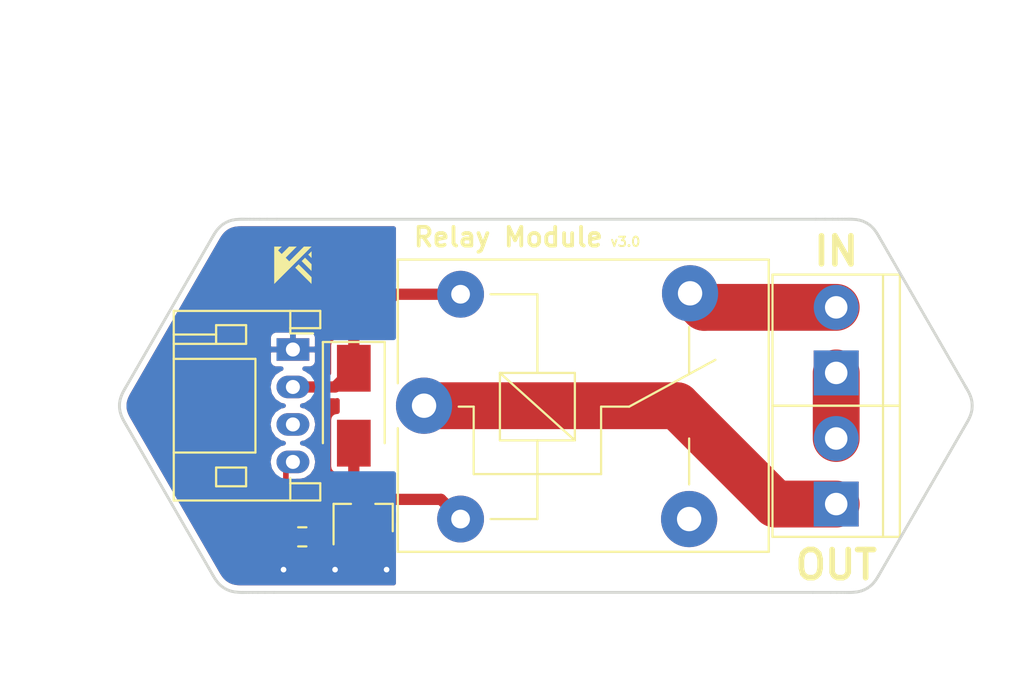
<source format=kicad_pcb>
(kicad_pcb (version 20171130) (host pcbnew 5.0.2-5.fc29)

  (general
    (thickness 1.6)
    (drawings 313)
    (tracks 21)
    (zones 0)
    (modules 12)
    (nets 9)
  )

  (page A4)
  (layers
    (0 F.Cu signal hide)
    (31 B.Cu signal hide)
    (32 B.Adhes user)
    (33 F.Adhes user)
    (34 B.Paste user)
    (35 F.Paste user)
    (36 B.SilkS user hide)
    (37 F.SilkS user)
    (38 B.Mask user)
    (39 F.Mask user hide)
    (40 Dwgs.User user)
    (41 Cmts.User user)
    (42 Eco1.User user)
    (43 Eco2.User user)
    (44 Edge.Cuts user)
    (45 Margin user)
    (46 B.CrtYd user)
    (47 F.CrtYd user)
    (48 B.Fab user hide)
    (49 F.Fab user hide)
  )

  (setup
    (last_trace_width 0.25)
    (user_trace_width 0.25)
    (user_trace_width 0.3)
    (user_trace_width 0.4)
    (user_trace_width 0.5)
    (user_trace_width 0.6)
    (user_trace_width 0.8)
    (user_trace_width 2)
    (user_trace_width 2.5)
    (trace_clearance 0.2)
    (zone_clearance 0.3)
    (zone_45_only no)
    (trace_min 0.2)
    (segment_width 0.2)
    (edge_width 0.15)
    (via_size 0.6)
    (via_drill 0.3)
    (via_min_size 0.6)
    (via_min_drill 0.3)
    (user_via 0.6 0.3)
    (uvia_size 0.3)
    (uvia_drill 0.1)
    (uvias_allowed no)
    (uvia_min_size 0.2)
    (uvia_min_drill 0.1)
    (pcb_text_width 0.3)
    (pcb_text_size 1.5 1.5)
    (mod_edge_width 0.15)
    (mod_text_size 1 1)
    (mod_text_width 0.15)
    (pad_size 1.524 1.524)
    (pad_drill 0.762)
    (pad_to_mask_clearance 0.2)
    (solder_mask_min_width 0.25)
    (aux_axis_origin 0 0)
    (visible_elements 7FFFFFFF)
    (pcbplotparams
      (layerselection 0x010fc_ffffffff)
      (usegerberextensions false)
      (usegerberattributes false)
      (usegerberadvancedattributes false)
      (creategerberjobfile false)
      (excludeedgelayer true)
      (linewidth 0.100000)
      (plotframeref false)
      (viasonmask false)
      (mode 1)
      (useauxorigin false)
      (hpglpennumber 1)
      (hpglpenspeed 20)
      (hpglpendiameter 15.000000)
      (psnegative false)
      (psa4output false)
      (plotreference true)
      (plotvalue true)
      (plotinvisibletext false)
      (padsonsilk false)
      (subtractmaskfromsilk false)
      (outputformat 1)
      (mirror false)
      (drillshape 0)
      (scaleselection 1)
      (outputdirectory "gerber/"))
  )

  (net 0 "")
  (net 1 VCC)
  (net 2 "Net-(D1-Pad2)")
  (net 3 GND)
  (net 4 SIG)
  (net 5 "Net-(J2-Pad1)")
  (net 6 "Net-(J2-Pad2)")
  (net 7 "Net-(Q1-Pad1)")
  (net 8 "Net-(J3-Pad1)")

  (net_class Default "This is the default net class."
    (clearance 0.2)
    (trace_width 0.25)
    (via_dia 0.6)
    (via_drill 0.3)
    (uvia_dia 0.3)
    (uvia_drill 0.1)
    (add_net GND)
    (add_net "Net-(D1-Pad2)")
    (add_net "Net-(J2-Pad1)")
    (add_net "Net-(J2-Pad2)")
    (add_net "Net-(J3-Pad1)")
    (add_net "Net-(Q1-Pad1)")
    (add_net SIG)
    (add_net VCC)
  )

  (module MountingHole:MountingHole_3mm (layer F.Cu) (tedit 5C75A415) (tstamp 5C75AA18)
    (at 128.5 112.5 180)
    (descr "Mounting Hole 3mm, no annular")
    (tags "mounting hole 3mm no annular")
    (attr virtual)
    (fp_text reference REF** (at 0 -4 180) (layer F.SilkS) hide
      (effects (font (size 1 1) (thickness 0.15)))
    )
    (fp_text value MountingHole_3mm (at 0 4 180) (layer F.Fab)
      (effects (font (size 1 1) (thickness 0.15)))
    )
    (fp_circle (center 0 0) (end 3.25 0) (layer F.CrtYd) (width 0.05))
    (fp_circle (center 0 0) (end 3 0) (layer Cmts.User) (width 0.15))
    (fp_text user %R (at 0.3 0 180) (layer F.Fab)
      (effects (font (size 1 1) (thickness 0.15)))
    )
    (pad 1 np_thru_hole circle (at 0 0 180) (size 3 3) (drill 3) (layers *.Cu *.Mask))
  )

  (module MountingHole:MountingHole_3mm (layer F.Cu) (tedit 5C75A415) (tstamp 5C75AA0F)
    (at 128.5 87.5 180)
    (descr "Mounting Hole 3mm, no annular")
    (tags "mounting hole 3mm no annular")
    (attr virtual)
    (fp_text reference REF** (at 0 -4 180) (layer F.SilkS) hide
      (effects (font (size 1 1) (thickness 0.15)))
    )
    (fp_text value MountingHole_3mm (at 0 4 180) (layer F.Fab)
      (effects (font (size 1 1) (thickness 0.15)))
    )
    (fp_text user %R (at 0.3 0 180) (layer F.Fab)
      (effects (font (size 1 1) (thickness 0.15)))
    )
    (fp_circle (center 0 0) (end 3 0) (layer Cmts.User) (width 0.15))
    (fp_circle (center 0 0) (end 3.25 0) (layer F.CrtYd) (width 0.05))
    (pad 1 np_thru_hole circle (at 0 0 180) (size 3 3) (drill 3) (layers *.Cu *.Mask))
  )

  (module MountingHole:MountingHole_3mm (layer F.Cu) (tedit 5C75A415) (tstamp 5C75A8D8)
    (at 158.5 112.5)
    (descr "Mounting Hole 3mm, no annular")
    (tags "mounting hole 3mm no annular")
    (attr virtual)
    (fp_text reference REF** (at 0 -4) (layer F.SilkS) hide
      (effects (font (size 1 1) (thickness 0.15)))
    )
    (fp_text value MountingHole_3mm (at 0 4) (layer F.Fab)
      (effects (font (size 1 1) (thickness 0.15)))
    )
    (fp_circle (center 0 0) (end 3.25 0) (layer F.CrtYd) (width 0.05))
    (fp_circle (center 0 0) (end 3 0) (layer Cmts.User) (width 0.15))
    (fp_text user %R (at 0.3 0) (layer F.Fab)
      (effects (font (size 1 1) (thickness 0.15)))
    )
    (pad 1 np_thru_hole circle (at 0 0) (size 3 3) (drill 3) (layers *.Cu *.Mask))
  )

  (module MountingHole:MountingHole_3mm (layer F.Cu) (tedit 5C75A415) (tstamp 5C75A8C8)
    (at 158.5 87.5)
    (descr "Mounting Hole 3mm, no annular")
    (tags "mounting hole 3mm no annular")
    (attr virtual)
    (fp_text reference REF** (at 0 -4) (layer F.SilkS) hide
      (effects (font (size 1 1) (thickness 0.15)))
    )
    (fp_text value MountingHole_3mm (at 0 4) (layer F.Fab)
      (effects (font (size 1 1) (thickness 0.15)))
    )
    (fp_text user %R (at 0.3 0) (layer F.Fab)
      (effects (font (size 1 1) (thickness 0.15)))
    )
    (fp_circle (center 0 0) (end 3 0) (layer Cmts.User) (width 0.15))
    (fp_circle (center 0 0) (end 3.25 0) (layer F.CrtYd) (width 0.05))
    (pad 1 np_thru_hole circle (at 0 0) (size 3 3) (drill 3) (layers *.Cu *.Mask))
  )

  (module GiraffeTech-Connector:TerminalBlock_Dinkle_ED350V_1x02_P3.50mm_Horizontal (layer F.Cu) (tedit 5AC9A56E) (tstamp 5ACAFFE8)
    (at 159 96.5 90)
    (path /5AC7E37A)
    (fp_text reference J2 (at 0 5 90) (layer F.SilkS) hide
      (effects (font (size 1 1) (thickness 0.15)))
    )
    (fp_text value "Terminal Block" (at 0 -5 90) (layer F.Fab)
      (effects (font (size 1 1) (thickness 0.15)))
    )
    (fp_line (start -3.5 -3.4) (end 3.5 -3.4) (layer F.SilkS) (width 0.12))
    (fp_line (start 3.5 -3.4) (end 3.5 3.4) (layer F.SilkS) (width 0.12))
    (fp_line (start 3.5 3.4) (end -3.5 3.4) (layer F.SilkS) (width 0.12))
    (fp_line (start -3.5 3.4) (end -3.5 -3.4) (layer F.SilkS) (width 0.12))
    (fp_line (start -3.5 -3.5) (end 3.5 -3.5) (layer F.CrtYd) (width 0.05))
    (fp_line (start 3.5 -3.5) (end 3.5 3.5) (layer F.CrtYd) (width 0.05))
    (fp_line (start 3.5 3.5) (end -3.5 3.5) (layer F.CrtYd) (width 0.05))
    (fp_line (start -3.5 3.5) (end -3.5 -3.5) (layer F.CrtYd) (width 0.05))
    (fp_line (start -3.5 2.5) (end 3.5 2.5) (layer F.SilkS) (width 0.12))
    (fp_text user %R (at 0 -2 90) (layer F.Fab)
      (effects (font (size 1 1) (thickness 0.15)))
    )
    (fp_line (start -3.5 -3.5) (end 3.5 -3.5) (layer F.Fab) (width 0.12))
    (fp_line (start 3.5 -3.5) (end 3.5 3.5) (layer F.Fab) (width 0.12))
    (fp_line (start 3.5 3.5) (end -3.5 3.5) (layer F.Fab) (width 0.12))
    (fp_line (start -3.5 3.5) (end -3.5 -3.5) (layer F.Fab) (width 0.12))
    (pad 1 thru_hole rect (at -1.75 0 90) (size 2.4 2.4) (drill 1.2) (layers *.Cu *.Mask)
      (net 5 "Net-(J2-Pad1)"))
    (pad 2 thru_hole circle (at 1.75 0 90) (size 2.4 2.4) (drill 1.2) (layers *.Cu *.Mask)
      (net 6 "Net-(J2-Pad2)"))
  )

  (module Diode_SMD:D_SMA (layer F.Cu) (tedit 5AC9A579) (tstamp 5B3A0E51)
    (at 133.25 100 270)
    (descr "Diode SMA (DO-214AC)")
    (tags "Diode SMA (DO-214AC)")
    (path /5AC7D6C3)
    (attr smd)
    (fp_text reference D1 (at 0 -2.5 270) (layer F.SilkS) hide
      (effects (font (size 1 1) (thickness 0.15)))
    )
    (fp_text value M7 (at 0 2.6 270) (layer F.Fab)
      (effects (font (size 1 1) (thickness 0.15)))
    )
    (fp_text user %R (at 0 -2.5 270) (layer F.Fab)
      (effects (font (size 1 1) (thickness 0.15)))
    )
    (fp_line (start -3.4 -1.65) (end -3.4 1.65) (layer F.SilkS) (width 0.12))
    (fp_line (start 2.3 1.5) (end -2.3 1.5) (layer F.Fab) (width 0.1))
    (fp_line (start -2.3 1.5) (end -2.3 -1.5) (layer F.Fab) (width 0.1))
    (fp_line (start 2.3 -1.5) (end 2.3 1.5) (layer F.Fab) (width 0.1))
    (fp_line (start 2.3 -1.5) (end -2.3 -1.5) (layer F.Fab) (width 0.1))
    (fp_line (start -3.5 -1.75) (end 3.5 -1.75) (layer F.CrtYd) (width 0.05))
    (fp_line (start 3.5 -1.75) (end 3.5 1.75) (layer F.CrtYd) (width 0.05))
    (fp_line (start 3.5 1.75) (end -3.5 1.75) (layer F.CrtYd) (width 0.05))
    (fp_line (start -3.5 1.75) (end -3.5 -1.75) (layer F.CrtYd) (width 0.05))
    (fp_line (start -0.64944 0.00102) (end -1.55114 0.00102) (layer F.Fab) (width 0.1))
    (fp_line (start 0.50118 0.00102) (end 1.4994 0.00102) (layer F.Fab) (width 0.1))
    (fp_line (start -0.64944 -0.79908) (end -0.64944 0.80112) (layer F.Fab) (width 0.1))
    (fp_line (start 0.50118 0.75032) (end 0.50118 -0.79908) (layer F.Fab) (width 0.1))
    (fp_line (start -0.64944 0.00102) (end 0.50118 0.75032) (layer F.Fab) (width 0.1))
    (fp_line (start -0.64944 0.00102) (end 0.50118 -0.79908) (layer F.Fab) (width 0.1))
    (fp_line (start -3.4 1.65) (end 2 1.65) (layer F.SilkS) (width 0.12))
    (fp_line (start -3.4 -1.65) (end 2 -1.65) (layer F.SilkS) (width 0.12))
    (pad 1 smd rect (at -2 0 270) (size 2.5 1.8) (layers F.Cu F.Paste F.Mask)
      (net 1 VCC))
    (pad 2 smd rect (at 2 0 270) (size 2.5 1.8) (layers F.Cu F.Paste F.Mask)
      (net 2 "Net-(D1-Pad2)"))
    (model ${KISYS3DMOD}/Diode_SMD.3dshapes/D_SMA.wrl
      (at (xyz 0 0 0))
      (scale (xyz 1 1 1))
      (rotate (xyz 0 0 0))
    )
  )

  (module Connector_JST:JST_PH_S4B-PH-K_1x04_P2.00mm_Horizontal (layer F.Cu) (tedit 5AC9A575) (tstamp 5AC9CA63)
    (at 130 97 270)
    (descr "JST PH series connector, S4B-PH-K (http://www.jst-mfg.com/product/pdf/eng/ePH.pdf), generated with kicad-footprint-generator")
    (tags "connector JST PH top entry")
    (path /5AC7CEF3)
    (fp_text reference J1 (at 3 -2.55 270) (layer F.SilkS) hide
      (effects (font (size 1 1) (thickness 0.15)))
    )
    (fp_text value Conn_01x04 (at 3 7.45 270) (layer F.Fab)
      (effects (font (size 1 1) (thickness 0.15)))
    )
    (fp_line (start -0.86 0.14) (end -1.14 0.14) (layer F.SilkS) (width 0.12))
    (fp_line (start -1.14 0.14) (end -1.14 -1.46) (layer F.SilkS) (width 0.12))
    (fp_line (start -1.14 -1.46) (end -2.06 -1.46) (layer F.SilkS) (width 0.12))
    (fp_line (start -2.06 -1.46) (end -2.06 6.36) (layer F.SilkS) (width 0.12))
    (fp_line (start -2.06 6.36) (end 8.06 6.36) (layer F.SilkS) (width 0.12))
    (fp_line (start 8.06 6.36) (end 8.06 -1.46) (layer F.SilkS) (width 0.12))
    (fp_line (start 8.06 -1.46) (end 7.14 -1.46) (layer F.SilkS) (width 0.12))
    (fp_line (start 7.14 -1.46) (end 7.14 0.14) (layer F.SilkS) (width 0.12))
    (fp_line (start 7.14 0.14) (end 6.86 0.14) (layer F.SilkS) (width 0.12))
    (fp_line (start 0.5 6.36) (end 0.5 2) (layer F.SilkS) (width 0.12))
    (fp_line (start 0.5 2) (end 5.5 2) (layer F.SilkS) (width 0.12))
    (fp_line (start 5.5 2) (end 5.5 6.36) (layer F.SilkS) (width 0.12))
    (fp_line (start -2.06 0.14) (end -1.14 0.14) (layer F.SilkS) (width 0.12))
    (fp_line (start 8.06 0.14) (end 7.14 0.14) (layer F.SilkS) (width 0.12))
    (fp_line (start -1.3 2.5) (end -1.3 4.1) (layer F.SilkS) (width 0.12))
    (fp_line (start -1.3 4.1) (end -0.3 4.1) (layer F.SilkS) (width 0.12))
    (fp_line (start -0.3 4.1) (end -0.3 2.5) (layer F.SilkS) (width 0.12))
    (fp_line (start -0.3 2.5) (end -1.3 2.5) (layer F.SilkS) (width 0.12))
    (fp_line (start 7.3 2.5) (end 7.3 4.1) (layer F.SilkS) (width 0.12))
    (fp_line (start 7.3 4.1) (end 6.3 4.1) (layer F.SilkS) (width 0.12))
    (fp_line (start 6.3 4.1) (end 6.3 2.5) (layer F.SilkS) (width 0.12))
    (fp_line (start 6.3 2.5) (end 7.3 2.5) (layer F.SilkS) (width 0.12))
    (fp_line (start -0.3 4.1) (end -0.3 6.36) (layer F.SilkS) (width 0.12))
    (fp_line (start -0.8 4.1) (end -0.8 6.36) (layer F.SilkS) (width 0.12))
    (fp_line (start -2.45 -1.85) (end -2.45 6.75) (layer F.CrtYd) (width 0.05))
    (fp_line (start -2.45 6.75) (end 8.45 6.75) (layer F.CrtYd) (width 0.05))
    (fp_line (start 8.45 6.75) (end 8.45 -1.85) (layer F.CrtYd) (width 0.05))
    (fp_line (start 8.45 -1.85) (end -2.45 -1.85) (layer F.CrtYd) (width 0.05))
    (fp_line (start -1.25 0.25) (end -1.25 -1.35) (layer F.Fab) (width 0.1))
    (fp_line (start -1.25 -1.35) (end -1.95 -1.35) (layer F.Fab) (width 0.1))
    (fp_line (start -1.95 -1.35) (end -1.95 6.25) (layer F.Fab) (width 0.1))
    (fp_line (start -1.95 6.25) (end 7.95 6.25) (layer F.Fab) (width 0.1))
    (fp_line (start 7.95 6.25) (end 7.95 -1.35) (layer F.Fab) (width 0.1))
    (fp_line (start 7.95 -1.35) (end 7.25 -1.35) (layer F.Fab) (width 0.1))
    (fp_line (start 7.25 -1.35) (end 7.25 0.25) (layer F.Fab) (width 0.1))
    (fp_line (start 7.25 0.25) (end -1.25 0.25) (layer F.Fab) (width 0.1))
    (fp_line (start -0.86 0.14) (end -0.86 -1.075) (layer F.SilkS) (width 0.12))
    (fp_line (start 0 0.875) (end -0.5 1.375) (layer F.Fab) (width 0.1))
    (fp_line (start -0.5 1.375) (end 0.5 1.375) (layer F.Fab) (width 0.1))
    (fp_line (start 0.5 1.375) (end 0 0.875) (layer F.Fab) (width 0.1))
    (fp_text user %R (at 5 -0.5 270) (layer F.Fab)
      (effects (font (size 1 1) (thickness 0.15)))
    )
    (pad 1 thru_hole rect (at 0 0 270) (size 1.2 1.75) (drill 0.75) (layers *.Cu *.Mask)
      (net 3 GND))
    (pad 2 thru_hole oval (at 2 0 270) (size 1.2 1.75) (drill 0.75) (layers *.Cu *.Mask)
      (net 1 VCC))
    (pad 3 thru_hole oval (at 4 0 270) (size 1.2 1.75) (drill 0.75) (layers *.Cu *.Mask))
    (pad 4 thru_hole oval (at 6 0 270) (size 1.2 1.75) (drill 0.75) (layers *.Cu *.Mask)
      (net 4 SIG))
    (model ${KISYS3DMOD}/Connector_JST.3dshapes/JST_PH_S4B-PH-K_1x04_P2.00mm_Horizontal.wrl
      (at (xyz 0 0 0))
      (scale (xyz 1 1 1))
      (rotate (xyz 0 0 0))
    )
  )

  (module Relay_THT:Relay_SPDT_SANYOU_SRD_Series_Form_C (layer F.Cu) (tedit 5AC9A571) (tstamp 5AC9CA97)
    (at 137 100)
    (descr "relay Sanyou SRD series Form C http://www.sanyourelay.ca/public/products/pdf/SRD.pdf")
    (tags "relay Sanyu SRD form C")
    (path /5AC7D5CF)
    (fp_text reference K1 (at 8.1 9.2) (layer F.SilkS) hide
      (effects (font (size 1 1) (thickness 0.15)))
    )
    (fp_text value SANYOU_SRD_Form_C (at 8 -9.6) (layer F.Fab)
      (effects (font (size 1 1) (thickness 0.15)))
    )
    (fp_line (start -1.4 1.2) (end -1.4 7.8) (layer F.SilkS) (width 0.12))
    (fp_line (start -1.4 -7.8) (end -1.4 -1.2) (layer F.SilkS) (width 0.12))
    (fp_line (start -1.4 -7.8) (end 18.4 -7.8) (layer F.SilkS) (width 0.12))
    (fp_line (start 18.4 -7.8) (end 18.4 7.8) (layer F.SilkS) (width 0.12))
    (fp_line (start 18.4 7.8) (end -1.4 7.8) (layer F.SilkS) (width 0.12))
    (fp_text user 1 (at 0 -2.3) (layer F.Fab)
      (effects (font (size 1 1) (thickness 0.15)))
    )
    (fp_line (start -1.3 -7.7) (end 18.3 -7.7) (layer F.Fab) (width 0.12))
    (fp_line (start 18.3 -7.7) (end 18.3 7.7) (layer F.Fab) (width 0.12))
    (fp_line (start 18.3 7.7) (end -1.3 7.7) (layer F.Fab) (width 0.12))
    (fp_line (start -1.3 7.7) (end -1.3 -7.7) (layer F.Fab) (width 0.12))
    (fp_text user %R (at 2 4) (layer F.Fab)
      (effects (font (size 1 1) (thickness 0.15)))
    )
    (fp_line (start 18.55 -7.95) (end -1.55 -7.95) (layer F.CrtYd) (width 0.05))
    (fp_line (start -1.55 7.95) (end -1.55 -7.95) (layer F.CrtYd) (width 0.05))
    (fp_line (start 18.55 -7.95) (end 18.55 7.95) (layer F.CrtYd) (width 0.05))
    (fp_line (start -1.55 7.95) (end 18.55 7.95) (layer F.CrtYd) (width 0.05))
    (fp_line (start 14.15 4.2) (end 14.15 1.75) (layer F.SilkS) (width 0.12))
    (fp_line (start 14.15 -4.2) (end 14.15 -1.7) (layer F.SilkS) (width 0.12))
    (fp_line (start 3.55 6.05) (end 6.05 6.05) (layer F.SilkS) (width 0.12))
    (fp_line (start 2.65 0.05) (end 1.85 0.05) (layer F.SilkS) (width 0.12))
    (fp_line (start 6.05 -5.95) (end 3.55 -5.95) (layer F.SilkS) (width 0.12))
    (fp_line (start 9.45 0.05) (end 10.95 0.05) (layer F.SilkS) (width 0.12))
    (fp_line (start 10.95 0.05) (end 15.55 -2.45) (layer F.SilkS) (width 0.12))
    (fp_line (start 9.45 3.65) (end 2.65 3.65) (layer F.SilkS) (width 0.12))
    (fp_line (start 9.45 0.05) (end 9.45 3.65) (layer F.SilkS) (width 0.12))
    (fp_line (start 2.65 0.05) (end 2.65 3.65) (layer F.SilkS) (width 0.12))
    (fp_line (start 6.05 -5.95) (end 6.05 -1.75) (layer F.SilkS) (width 0.12))
    (fp_line (start 6.05 1.85) (end 6.05 6.05) (layer F.SilkS) (width 0.12))
    (fp_line (start 8.05 1.85) (end 4.05 -1.75) (layer F.SilkS) (width 0.12))
    (fp_line (start 4.05 1.85) (end 4.05 -1.75) (layer F.SilkS) (width 0.12))
    (fp_line (start 4.05 -1.75) (end 8.05 -1.75) (layer F.SilkS) (width 0.12))
    (fp_line (start 8.05 -1.75) (end 8.05 1.85) (layer F.SilkS) (width 0.12))
    (fp_line (start 8.05 1.85) (end 4.05 1.85) (layer F.SilkS) (width 0.12))
    (pad 2 thru_hole circle (at 1.95 6.05 90) (size 2.5 2.5) (drill 1) (layers *.Cu *.Mask)
      (net 2 "Net-(D1-Pad2)"))
    (pad 3 thru_hole circle (at 14.15 6.05 90) (size 3 3) (drill 1.3) (layers *.Cu *.Mask))
    (pad 4 thru_hole circle (at 14.2 -6 90) (size 3 3) (drill 1.3) (layers *.Cu *.Mask)
      (net 6 "Net-(J2-Pad2)"))
    (pad 5 thru_hole circle (at 1.95 -5.95 90) (size 2.5 2.5) (drill 1) (layers *.Cu *.Mask)
      (net 1 VCC))
    (pad 1 thru_hole circle (at 0 0 90) (size 3 3) (drill 1.3) (layers *.Cu *.Mask)
      (net 8 "Net-(J3-Pad1)"))
    (model ${KISYS3DMOD}/Relay_THT.3dshapes/Relay_SPDT_SANYOU_SRD_Series_Form_C.wrl
      (at (xyz 0 0 0))
      (scale (xyz 1 1 1))
      (rotate (xyz 0 0 0))
    )
  )

  (module Package_TO_SOT_SMD:SOT-23 (layer F.Cu) (tedit 5AC9A57E) (tstamp 5B3A1ACE)
    (at 133.75 106 90)
    (descr "SOT-23, Standard")
    (tags SOT-23)
    (path /5AC7D0CC)
    (attr smd)
    (fp_text reference Q1 (at 0 -2.5 90) (layer F.SilkS) hide
      (effects (font (size 1 1) (thickness 0.15)))
    )
    (fp_text value Q_NPN_BEC (at 0 2.5 90) (layer F.Fab)
      (effects (font (size 1 1) (thickness 0.15)))
    )
    (fp_text user %R (at 0 0 180) (layer F.Fab)
      (effects (font (size 0.5 0.5) (thickness 0.075)))
    )
    (fp_line (start -0.7 -0.95) (end -0.7 1.5) (layer F.Fab) (width 0.1))
    (fp_line (start -0.15 -1.52) (end 0.7 -1.52) (layer F.Fab) (width 0.1))
    (fp_line (start -0.7 -0.95) (end -0.15 -1.52) (layer F.Fab) (width 0.1))
    (fp_line (start 0.7 -1.52) (end 0.7 1.52) (layer F.Fab) (width 0.1))
    (fp_line (start -0.7 1.52) (end 0.7 1.52) (layer F.Fab) (width 0.1))
    (fp_line (start 0.76 1.58) (end 0.76 0.65) (layer F.SilkS) (width 0.12))
    (fp_line (start 0.76 -1.58) (end 0.76 -0.65) (layer F.SilkS) (width 0.12))
    (fp_line (start -1.7 -1.75) (end 1.7 -1.75) (layer F.CrtYd) (width 0.05))
    (fp_line (start 1.7 -1.75) (end 1.7 1.75) (layer F.CrtYd) (width 0.05))
    (fp_line (start 1.7 1.75) (end -1.7 1.75) (layer F.CrtYd) (width 0.05))
    (fp_line (start -1.7 1.75) (end -1.7 -1.75) (layer F.CrtYd) (width 0.05))
    (fp_line (start 0.76 -1.58) (end -1.4 -1.58) (layer F.SilkS) (width 0.12))
    (fp_line (start 0.76 1.58) (end -0.7 1.58) (layer F.SilkS) (width 0.12))
    (pad 1 smd rect (at -1 -0.95 90) (size 0.9 0.8) (layers F.Cu F.Paste F.Mask)
      (net 7 "Net-(Q1-Pad1)"))
    (pad 2 smd rect (at -1 0.95 90) (size 0.9 0.8) (layers F.Cu F.Paste F.Mask)
      (net 3 GND))
    (pad 3 smd rect (at 1 0 90) (size 0.9 0.8) (layers F.Cu F.Paste F.Mask)
      (net 2 "Net-(D1-Pad2)"))
    (model ${KISYS3DMOD}/Package_TO_SOT_SMD.3dshapes/SOT-23.wrl
      (at (xyz 0 0 0))
      (scale (xyz 1 1 1))
      (rotate (xyz 0 0 0))
    )
  )

  (module Resistor_SMD:R_0603_1608Metric (layer F.Cu) (tedit 5AC9A57B) (tstamp 5AC9CABD)
    (at 130.5 107 180)
    (descr "Resistor SMD 0603 (1608 Metric), square (rectangular) end terminal, IPC_7351 nominal, (Body size source: http://www.tortai-tech.com/upload/download/2011102023233369053.pdf), generated with kicad-footprint-generator")
    (tags resistor)
    (path /5AC7D963)
    (attr smd)
    (fp_text reference R1 (at 0 -1.65 180) (layer F.SilkS) hide
      (effects (font (size 1 1) (thickness 0.15)))
    )
    (fp_text value 1K (at 0 0 180) (layer F.Fab)
      (effects (font (size 1 1) (thickness 0.15)))
    )
    (fp_line (start -0.8 0.4) (end -0.8 -0.4) (layer F.Fab) (width 0.1))
    (fp_line (start -0.8 -0.4) (end 0.8 -0.4) (layer F.Fab) (width 0.1))
    (fp_line (start 0.8 -0.4) (end 0.8 0.4) (layer F.Fab) (width 0.1))
    (fp_line (start 0.8 0.4) (end -0.8 0.4) (layer F.Fab) (width 0.1))
    (fp_line (start -0.22 -0.51) (end 0.22 -0.51) (layer F.SilkS) (width 0.12))
    (fp_line (start -0.22 0.51) (end 0.22 0.51) (layer F.SilkS) (width 0.12))
    (fp_line (start -1.46 0.75) (end -1.46 -0.75) (layer F.CrtYd) (width 0.05))
    (fp_line (start -1.46 -0.75) (end 1.46 -0.75) (layer F.CrtYd) (width 0.05))
    (fp_line (start 1.46 -0.75) (end 1.46 0.75) (layer F.CrtYd) (width 0.05))
    (fp_line (start 1.46 0.75) (end -1.46 0.75) (layer F.CrtYd) (width 0.05))
    (fp_text user %R (at 0 0 180) (layer F.Fab)
      (effects (font (size 0.5 0.5) (thickness 0.08)))
    )
    (pad 1 smd rect (at -0.875 0 180) (size 0.67 1) (layers F.Cu F.Paste F.Mask)
      (net 7 "Net-(Q1-Pad1)"))
    (pad 2 smd rect (at 0.875 0 180) (size 0.67 1) (layers F.Cu F.Paste F.Mask)
      (net 4 SIG))
    (model ${KISYS3DMOD}/Resistor_SMD.3dshapes/R_0603_1608Metric.wrl
      (at (xyz 0 0 0))
      (scale (xyz 1 1 1))
      (rotate (xyz 0 0 0))
    )
  )

  (module GiraffeTech-Connector:TerminalBlock_Dinkle_ED350V_1x02_P3.50mm_Horizontal (layer F.Cu) (tedit 5B223A0B) (tstamp 5B3A0DB5)
    (at 159 103.5 90)
    (path /5B223BC4)
    (fp_text reference J3 (at 0 5 90) (layer F.SilkS) hide
      (effects (font (size 1 1) (thickness 0.15)))
    )
    (fp_text value "Terminal Block" (at 0 -5 90) (layer F.Fab)
      (effects (font (size 1 1) (thickness 0.15)))
    )
    (fp_line (start -3.5 -3.4) (end 3.5 -3.4) (layer F.SilkS) (width 0.12))
    (fp_line (start 3.5 -3.4) (end 3.5 3.4) (layer F.SilkS) (width 0.12))
    (fp_line (start 3.5 3.4) (end -3.5 3.4) (layer F.SilkS) (width 0.12))
    (fp_line (start -3.5 3.4) (end -3.5 -3.4) (layer F.SilkS) (width 0.12))
    (fp_line (start -3.5 -3.5) (end 3.5 -3.5) (layer F.CrtYd) (width 0.05))
    (fp_line (start 3.5 -3.5) (end 3.5 3.5) (layer F.CrtYd) (width 0.05))
    (fp_line (start 3.5 3.5) (end -3.5 3.5) (layer F.CrtYd) (width 0.05))
    (fp_line (start -3.5 3.5) (end -3.5 -3.5) (layer F.CrtYd) (width 0.05))
    (fp_line (start -3.5 2.5) (end 3.5 2.5) (layer F.SilkS) (width 0.12))
    (fp_text user %R (at 0 -2 90) (layer F.Fab)
      (effects (font (size 1 1) (thickness 0.15)))
    )
    (fp_line (start -3.5 -3.5) (end 3.5 -3.5) (layer F.Fab) (width 0.12))
    (fp_line (start 3.5 -3.5) (end 3.5 3.5) (layer F.Fab) (width 0.12))
    (fp_line (start 3.5 3.5) (end -3.5 3.5) (layer F.Fab) (width 0.12))
    (fp_line (start -3.5 3.5) (end -3.5 -3.5) (layer F.Fab) (width 0.12))
    (pad 1 thru_hole rect (at -1.75 0 90) (size 2.4 2.4) (drill 1.2) (layers *.Cu *.Mask)
      (net 8 "Net-(J3-Pad1)"))
    (pad 2 thru_hole circle (at 1.75 0 90) (size 2.4 2.4) (drill 1.2) (layers *.Cu *.Mask)
      (net 5 "Net-(J2-Pad1)"))
  )

  (module GiraffeTech-Utility:MakerPlayground_logo_2x2mm (layer F.Cu) (tedit 0) (tstamp 5B3A193E)
    (at 130 92.5)
    (fp_text reference G*** (at 0 0) (layer F.SilkS) hide
      (effects (font (size 1.524 1.524) (thickness 0.3)))
    )
    (fp_text value LOGO (at 0.75 0) (layer F.SilkS) hide
      (effects (font (size 1.524 1.524) (thickness 0.3)))
    )
    (fp_poly (pts (xy 0.992188 -0.564543) (xy 0.992164 -0.528929) (xy 0.992097 -0.495895) (xy 0.991991 -0.466261)
      (xy 0.991852 -0.440843) (xy 0.991684 -0.420459) (xy 0.991492 -0.405926) (xy 0.991282 -0.398062)
      (xy 0.99116 -0.396875) (xy 0.988207 -0.399571) (xy 0.980351 -0.407199) (xy 0.968291 -0.419067)
      (xy 0.952725 -0.434484) (xy 0.934354 -0.452758) (xy 0.913876 -0.4732) (xy 0.906847 -0.480231)
      (xy 0.823563 -0.563586) (xy 0.907875 -0.647899) (xy 0.992188 -0.732211) (xy 0.992188 -0.564543)) (layer F.SilkS) (width 0.01))
    (fp_poly (pts (xy 0.992272 -0.049513) (xy 0.991238 0.124084) (xy 0.990203 0.297682) (xy 0.731231 0.038685)
      (xy 0.472259 -0.220311) (xy 0.559597 -0.307581) (xy 0.646934 -0.394851) (xy 0.992272 -0.049513)) (layer F.SilkS) (width 0.01))
    (fp_poly (pts (xy 0.306845 -0.036934) (xy 0.315366 -0.028902) (xy 0.328804 -0.015931) (xy 0.346812 0.001638)
      (xy 0.369045 0.023463) (xy 0.39516 0.049204) (xy 0.424812 0.078521) (xy 0.457655 0.111071)
      (xy 0.493344 0.146515) (xy 0.531535 0.184511) (xy 0.571883 0.224719) (xy 0.614044 0.266798)
      (xy 0.649934 0.302669) (xy 0.992273 0.645025) (xy 0.990203 0.990203) (xy 0.559594 0.560703)
      (xy 0.128984 0.131202) (xy 0.214278 0.045757) (xy 0.235683 0.024442) (xy 0.255382 0.005068)
      (xy 0.272657 -0.011676) (xy 0.28679 -0.025103) (xy 0.297063 -0.034528) (xy 0.302757 -0.039261)
      (xy 0.303583 -0.039687) (xy 0.306845 -0.036934)) (layer F.SilkS) (width 0.01))
    (fp_poly (pts (xy 0.790777 -0.991434) (xy 0.988227 -0.990203) (xy -0.992187 0.990197) (xy -0.992187 -0.992187)
      (xy -0.601395 -0.992187) (xy -0.646963 -0.945555) (xy -0.665935 -0.926151) (xy -0.688266 -0.903332)
      (xy -0.711752 -0.879346) (xy -0.734194 -0.856442) (xy -0.745114 -0.845303) (xy -0.797697 -0.791685)
      (xy -0.698482 -0.692529) (xy -0.599266 -0.593373) (xy -0.399829 -0.79278) (xy -0.200393 -0.992187)
      (xy 0.195473 -0.992187) (xy -0.099139 -0.695955) (xy -0.39375 -0.399723) (xy -0.194618 -0.200591)
      (xy 0.199355 -0.596628) (xy 0.593328 -0.992663) (xy 0.790777 -0.991434)) (layer F.SilkS) (width 0.01))
  )

  (dimension 25 (width 0.3) (layer Dwgs.User) (tstamp 5C75AA16)
    (gr_text "25.000 mm" (at 119.9 100 90) (layer Dwgs.User) (tstamp 5C75AA17)
      (effects (font (size 1.5 1.5) (thickness 0.3)))
    )
    (feature1 (pts (xy 128.5 87.5) (xy 121.413579 87.5)))
    (feature2 (pts (xy 128.5 112.5) (xy 121.413579 112.5)))
    (crossbar (pts (xy 122 112.5) (xy 122 87.5)))
    (arrow1a (pts (xy 122 87.5) (xy 122.586421 88.626504)))
    (arrow1b (pts (xy 122 87.5) (xy 121.413579 88.626504)))
    (arrow2a (pts (xy 122 112.5) (xy 122.586421 111.373496)))
    (arrow2b (pts (xy 122 112.5) (xy 121.413579 111.373496)))
  )
  (dimension 25 (width 0.3) (layer Dwgs.User)
    (gr_text "25.000 mm" (at 167.1 100 270) (layer Dwgs.User)
      (effects (font (size 1.5 1.5) (thickness 0.3)))
    )
    (feature1 (pts (xy 158.5 112.5) (xy 165.586421 112.5)))
    (feature2 (pts (xy 158.5 87.5) (xy 165.586421 87.5)))
    (crossbar (pts (xy 165 87.5) (xy 165 112.5)))
    (arrow1a (pts (xy 165 112.5) (xy 164.413579 111.373496)))
    (arrow1b (pts (xy 165 112.5) (xy 165.586421 111.373496)))
    (arrow2a (pts (xy 165 87.5) (xy 164.413579 88.626504)))
    (arrow2b (pts (xy 165 87.5) (xy 165.586421 88.626504)))
  )
  (dimension 30 (width 0.3) (layer Dwgs.User) (tstamp 5C75A92C)
    (gr_text "30.000 mm" (at 143.5 79.447319) (layer Dwgs.User) (tstamp 5C75A92D)
      (effects (font (size 1.5 1.5) (thickness 0.3)))
    )
    (feature1 (pts (xy 158.5 86.797319) (xy 158.5 80.960898)))
    (feature2 (pts (xy 128.5 86.797319) (xy 128.5 80.960898)))
    (crossbar (pts (xy 128.5 81.547319) (xy 158.5 81.547319)))
    (arrow1a (pts (xy 158.5 81.547319) (xy 157.373496 82.13374)))
    (arrow1b (pts (xy 158.5 81.547319) (xy 157.373496 80.960898)))
    (arrow2a (pts (xy 128.5 81.547319) (xy 129.626504 82.13374)))
    (arrow2b (pts (xy 128.5 81.547319) (xy 129.626504 80.960898)))
  )
  (gr_line (start 158.5 79) (end 158.5 114.5) (layer Dwgs.User) (width 0.2) (tstamp 5C75A95B))
  (gr_line (start 128.5 81) (end 128.5 114.25) (layer Dwgs.User) (width 0.2) (tstamp 5C75A947))
  (gr_text OUT (at 159 108.5) (layer F.SilkS) (tstamp 5B2B848F)
    (effects (font (size 1.5 1.5) (thickness 0.3)))
  )
  (gr_text IN (at 159 91.75) (layer F.SilkS)
    (effects (font (size 1.5 1.5) (thickness 0.3)))
  )
  (gr_text v3.0 (at 147.75 91.25) (layer F.SilkS)
    (effects (font (size 0.5 0.5) (thickness 0.1)))
  )
  (gr_line (start 160.2551 90.097881) (end 160.175297 90.080642) (layer Edge.Cuts) (width 0.15))
  (gr_line (start 159.878935 90.048017) (end 159.816556 90.045969) (layer Edge.Cuts) (width 0.15))
  (gr_line (start 159.714248 90.04504) (end 159.674749 90.04504) (layer Edge.Cuts) (width 0.15))
  (gr_line (start 160.964417 90.51703) (end 160.906903 90.458015) (layer Edge.Cuts) (width 0.15))
  (gr_line (start 161.349002 91.0906) (end 161.312067 91.026628) (layer Edge.Cuts) (width 0.15))
  (gr_line (start 159.816556 90.045969) (end 159.76126 90.045175) (layer Edge.Cuts) (width 0.15))
  (gr_line (start 161.066913 90.639846) (end 161.017782 90.578086) (layer Edge.Cuts) (width 0.15))
  (gr_line (start 163.345611 94.548849) (end 162.956603 93.875062) (layer Edge.Cuts) (width 0.15))
  (gr_line (start 161.017782 90.578086) (end 160.964417 90.51703) (layer Edge.Cuts) (width 0.15))
  (gr_line (start 161.287662 90.984358) (end 161.268058 90.950403) (layer Edge.Cuts) (width 0.15))
  (gr_line (start 162.956603 93.875062) (end 162.591818 93.243234) (layer Edge.Cuts) (width 0.15))
  (gr_line (start 160.711871 90.300869) (end 160.640624 90.255987) (layer Edge.Cuts) (width 0.15))
  (gr_line (start 160.020146 90.058253) (end 159.947199 90.051913) (layer Edge.Cuts) (width 0.15))
  (gr_line (start 162.591818 93.243234) (end 162.2656 92.678202) (layer Edge.Cuts) (width 0.15))
  (gr_line (start 161.491369 91.337189) (end 161.406193 91.189658) (layer Edge.Cuts) (width 0.15))
  (gr_line (start 161.111725 90.700974) (end 161.066913 90.639846) (layer Edge.Cuts) (width 0.15))
  (gr_line (start 160.413608 90.146973) (end 160.334804 90.119927) (layer Edge.Cuts) (width 0.15))
  (gr_line (start 161.312067 91.026628) (end 161.287662 90.984358) (layer Edge.Cuts) (width 0.15))
  (gr_line (start 160.175297 90.080642) (end 160.096579 90.067631) (layer Edge.Cuts) (width 0.15))
  (gr_line (start 160.334804 90.119927) (end 160.2551 90.097881) (layer Edge.Cuts) (width 0.15))
  (gr_line (start 160.491104 90.178815) (end 160.413608 90.146973) (layer Edge.Cuts) (width 0.15))
  (gr_line (start 159.947199 90.051913) (end 159.878935 90.048017) (layer Edge.Cuts) (width 0.15))
  (gr_line (start 159.567772 90.04504) (end 159.469386 90.04504) (layer Edge.Cuts) (width 0.15))
  (gr_line (start 158.415883 90.04504) (end 157.910384 90.045072) (layer Edge.Cuts) (width 0.15))
  (gr_line (start 161.992087 92.204463) (end 161.776589 91.831206) (layer Edge.Cuts) (width 0.15))
  (gr_line (start 161.776589 91.831206) (end 161.612259 91.546576) (layer Edge.Cuts) (width 0.15))
  (gr_line (start 159.320459 90.04504) (end 159.105537 90.04504) (layer Edge.Cuts) (width 0.15))
  (gr_line (start 160.906903 90.458015) (end 160.845398 90.402107) (layer Edge.Cuts) (width 0.15))
  (gr_line (start 163.744504 95.239755) (end 163.345611 94.548849) (layer Edge.Cuts) (width 0.15))
  (gr_line (start 160.566905 90.215227) (end 160.491104 90.178815) (layer Edge.Cuts) (width 0.15))
  (gr_line (start 162.2656 92.678202) (end 161.992087 92.204463) (layer Edge.Cuts) (width 0.15))
  (gr_line (start 161.152133 90.760135) (end 161.111725 90.700974) (layer Edge.Cuts) (width 0.15))
  (gr_line (start 160.780258 90.349651) (end 160.711871 90.300869) (layer Edge.Cuts) (width 0.15))
  (gr_line (start 158.809164 90.04504) (end 158.415883 90.04504) (layer Edge.Cuts) (width 0.15))
  (gr_line (start 159.76126 90.045175) (end 159.714248 90.04504) (layer Edge.Cuts) (width 0.15))
  (gr_line (start 161.188054 90.815991) (end 161.152133 90.760135) (layer Edge.Cuts) (width 0.15))
  (gr_line (start 159.631075 90.04504) (end 159.567772 90.04504) (layer Edge.Cuts) (width 0.15))
  (gr_line (start 160.845398 90.402107) (end 160.780258 90.349651) (layer Edge.Cuts) (width 0.15))
  (gr_line (start 160.640624 90.255987) (end 160.566905 90.215227) (layer Edge.Cuts) (width 0.15))
  (gr_line (start 161.406193 91.189658) (end 161.349002 91.0906) (layer Edge.Cuts) (width 0.15))
  (gr_line (start 161.612259 91.546576) (end 161.491369 91.337189) (layer Edge.Cuts) (width 0.15))
  (gr_line (start 160.096579 90.067631) (end 160.020146 90.058253) (layer Edge.Cuts) (width 0.15))
  (gr_line (start 161.219402 90.867206) (end 161.188054 90.815991) (layer Edge.Cuts) (width 0.15))
  (gr_line (start 161.246092 90.912444) (end 161.219402 90.867206) (layer Edge.Cuts) (width 0.15))
  (gr_line (start 159.469386 90.04504) (end 159.320459 90.04504) (layer Edge.Cuts) (width 0.15))
  (gr_line (start 159.105537 90.04504) (end 158.809164 90.04504) (layer Edge.Cuts) (width 0.15))
  (gr_line (start 159.674749 90.04504) (end 159.631075 90.04504) (layer Edge.Cuts) (width 0.15))
  (gr_line (start 161.268058 90.950403) (end 161.246092 90.912444) (layer Edge.Cuts) (width 0.15))
  (gr_line (start 164.138939 95.92294) (end 163.744504 95.239755) (layer Edge.Cuts) (width 0.15))
  (gr_line (start 165.152091 97.677782) (end 164.857073 97.166793) (layer Edge.Cuts) (width 0.15))
  (gr_line (start 164.514576 96.573566) (end 164.138939 95.92294) (layer Edge.Cuts) (width 0.15))
  (gr_line (start 164.857073 97.166793) (end 164.514576 96.573566) (layer Edge.Cuts) (width 0.15))
  (gr_line (start 166.21846 99.657894) (end 166.196106 99.578579) (layer Edge.Cuts) (width 0.15))
  (gr_line (start 166.225215 100.322395) (end 166.241193 100.240625) (layer Edge.Cuts) (width 0.15))
  (gr_line (start 166.241193 100.240625) (end 166.252365 100.157589) (layer Edge.Cuts) (width 0.15))
  (gr_line (start 165.78289 101.238289) (end 165.857354 101.109315) (layer Edge.Cuts) (width 0.15))
  (gr_line (start 162.499249 106.92574) (end 162.855025 106.309517) (layer Edge.Cuts) (width 0.15))
  (gr_line (start 166.020327 99.182682) (end 165.994494 99.136951) (layer Edge.Cuts) (width 0.15))
  (gr_line (start 166.260289 99.989514) (end 166.257041 99.90537) (layer Edge.Cuts) (width 0.15))
  (gr_line (start 165.527243 101.681084) (end 165.67543 101.424417) (layer Edge.Cuts) (width 0.15))
  (gr_line (start 165.67543 101.424417) (end 165.78289 101.238289) (layer Edge.Cuts) (width 0.15))
  (gr_line (start 163.238901 105.644622) (end 163.636536 104.955895) (layer Edge.Cuts) (width 0.15))
  (gr_line (start 165.960036 100.931464) (end 165.979786 100.897258) (layer Edge.Cuts) (width 0.15))
  (gr_line (start 166.248987 99.821754) (end 166.236127 99.739112) (layer Edge.Cuts) (width 0.15))
  (gr_line (start 166.252365 100.157589) (end 166.25873 100.073736) (layer Edge.Cuts) (width 0.15))
  (gr_line (start 161.337344 108.938223) (end 161.388299 108.849968) (layer Edge.Cuts) (width 0.15))
  (gr_line (start 161.928359 107.914553) (end 162.185915 107.468452) (layer Edge.Cuts) (width 0.15))
  (gr_line (start 166.257041 99.90537) (end 166.248987 99.821754) (layer Edge.Cuts) (width 0.15))
  (gr_line (start 165.918215 99.004756) (end 165.917977 99.004343) (layer Edge.Cuts) (width 0.15))
  (gr_line (start 165.942083 99.046093) (end 165.932428 99.029371) (layer Edge.Cuts) (width 0.15))
  (gr_line (start 166.049009 99.235435) (end 166.020327 99.182682) (layer Edge.Cuts) (width 0.15))
  (gr_line (start 166.140989 99.428412) (end 166.110454 99.359041) (layer Edge.Cuts) (width 0.15))
  (gr_line (start 166.059554 100.753146) (end 166.090312 100.69208) (layer Edge.Cuts) (width 0.15))
  (gr_line (start 165.330603 102.021676) (end 165.527243 101.681084) (layer Edge.Cuts) (width 0.15))
  (gr_line (start 166.196106 99.578579) (end 166.169911 99.501838) (layer Edge.Cuts) (width 0.15))
  (gr_line (start 162.855025 106.309517) (end 163.238901 105.644622) (layer Edge.Cuts) (width 0.15))
  (gr_line (start 166.179483 100.480176) (end 166.204455 100.402445) (layer Edge.Cuts) (width 0.15))
  (gr_line (start 165.919222 99.006499) (end 165.918215 99.004756) (layer Edge.Cuts) (width 0.15))
  (gr_line (start 165.921555 99.010539) (end 165.919222 99.006499) (layer Edge.Cuts) (width 0.15))
  (gr_line (start 165.925771 99.017841) (end 165.921555 99.010539) (layer Edge.Cuts) (width 0.15))
  (gr_line (start 165.932428 99.029371) (end 165.925771 99.017841) (layer Edge.Cuts) (width 0.15))
  (gr_line (start 166.121296 100.625736) (end 166.151392 100.554854) (layer Edge.Cuts) (width 0.15))
  (gr_line (start 165.955294 99.068974) (end 165.942083 99.046093) (layer Edge.Cuts) (width 0.15))
  (gr_line (start 165.972619 99.09898) (end 165.955294 99.068974) (layer Edge.Cuts) (width 0.15))
  (gr_line (start 161.46515 108.716858) (end 161.575625 108.525509) (layer Edge.Cuts) (width 0.15))
  (gr_line (start 161.575625 108.525509) (end 161.727452 108.262536) (layer Edge.Cuts) (width 0.15))
  (gr_line (start 166.204455 100.402445) (end 166.225215 100.322395) (layer Edge.Cuts) (width 0.15))
  (gr_line (start 165.857354 101.109315) (end 165.906547 101.024109) (layer Edge.Cuts) (width 0.15))
  (gr_line (start 165.994494 99.136951) (end 165.972619 99.09898) (layer Edge.Cuts) (width 0.15))
  (gr_line (start 166.003176 100.856476) (end 166.030137 100.808192) (layer Edge.Cuts) (width 0.15))
  (gr_line (start 161.388299 108.849968) (end 161.46515 108.716858) (layer Edge.Cuts) (width 0.15))
  (gr_line (start 165.077854 102.459451) (end 165.330603 102.021676) (layer Edge.Cuts) (width 0.15))
  (gr_line (start 166.169911 99.501838) (end 166.140989 99.428412) (layer Edge.Cuts) (width 0.15))
  (gr_line (start 165.938199 100.969288) (end 165.960036 100.931464) (layer Edge.Cuts) (width 0.15))
  (gr_line (start 166.079422 99.294469) (end 166.049009 99.235435) (layer Edge.Cuts) (width 0.15))
  (gr_line (start 164.76859 102.995114) (end 165.077854 102.459451) (layer Edge.Cuts) (width 0.15))
  (gr_line (start 166.151392 100.554854) (end 166.179483 100.480176) (layer Edge.Cuts) (width 0.15))
  (gr_line (start 166.090312 100.69208) (end 166.121296 100.625736) (layer Edge.Cuts) (width 0.15))
  (gr_line (start 166.030137 100.808192) (end 166.059554 100.753146) (layer Edge.Cuts) (width 0.15))
  (gr_line (start 162.185915 107.468452) (end 162.499249 106.92574) (layer Edge.Cuts) (width 0.15))
  (gr_line (start 161.727452 108.262536) (end 161.928359 107.914553) (layer Edge.Cuts) (width 0.15))
  (gr_line (start 165.906547 101.024109) (end 165.938199 100.969288) (layer Edge.Cuts) (width 0.15))
  (gr_line (start 164.415721 103.606302) (end 164.76859 102.995114) (layer Edge.Cuts) (width 0.15))
  (gr_line (start 164.03359 104.268176) (end 164.415721 103.606302) (layer Edge.Cuts) (width 0.15))
  (gr_line (start 165.979786 100.897258) (end 166.003176 100.856476) (layer Edge.Cuts) (width 0.15))
  (gr_line (start 166.110454 99.359041) (end 166.079422 99.294469) (layer Edge.Cuts) (width 0.15))
  (gr_line (start 166.236127 99.739112) (end 166.21846 99.657894) (layer Edge.Cuts) (width 0.15))
  (gr_line (start 166.25873 100.073736) (end 166.260289 99.989514) (layer Edge.Cuts) (width 0.15))
  (gr_line (start 163.636536 104.955895) (end 164.03359 104.268176) (layer Edge.Cuts) (width 0.15))
  (gr_line (start 160.075646 109.94389) (end 160.153864 109.931918) (layer Edge.Cuts) (width 0.15))
  (gr_line (start 159.800863 109.962998) (end 159.861446 109.961348) (layer Edge.Cuts) (width 0.15))
  (gr_line (start 159.928237 109.95801) (end 160.000037 109.952388) (layer Edge.Cuts) (width 0.15))
  (gr_line (start 159.703108 109.963613) (end 159.747687 109.963555) (layer Edge.Cuts) (width 0.15))
  (gr_line (start 159.034114 109.963613) (end 159.269526 109.963613) (layer Edge.Cuts) (width 0.15))
  (gr_line (start 161.211385 109.154735) (end 161.239342 109.10775) (layer Edge.Cuts) (width 0.15))
  (gr_line (start 159.616547 109.963613) (end 159.664002 109.963613) (layer Edge.Cuts) (width 0.15))
  (gr_line (start 160.890661 109.566059) (end 160.949278 109.507812) (layer Edge.Cuts) (width 0.15))
  (gr_line (start 159.545286 109.963613) (end 159.616547 109.963613) (layer Edge.Cuts) (width 0.15))
  (gr_line (start 157.753444 109.963645) (end 158.713073 109.963613) (layer Edge.Cuts) (width 0.15))
  (gr_line (start 160.47031 109.838898) (end 160.546608 109.803697) (layer Edge.Cuts) (width 0.15))
  (gr_line (start 161.304558 108.99501) (end 161.337344 108.938223) (layer Edge.Cuts) (width 0.15))
  (gr_line (start 161.282213 109.033713) (end 161.304558 108.99501) (layer Edge.Cuts) (width 0.15))
  (gr_line (start 160.762079 109.672545) (end 160.828135 109.621058) (layer Edge.Cuts) (width 0.15))
  (gr_line (start 160.546608 109.803697) (end 160.620927 109.764089) (layer Edge.Cuts) (width 0.15))
  (gr_line (start 161.26258 109.067717) (end 161.282213 109.033713) (layer Edge.Cuts) (width 0.15))
  (gr_line (start 161.100044 109.324042) (end 161.141651 109.264217) (layer Edge.Cuts) (width 0.15))
  (gr_line (start 159.861446 109.961348) (end 159.928237 109.95801) (layer Edge.Cuts) (width 0.15))
  (gr_line (start 159.269526 109.963613) (end 159.434765 109.963613) (layer Edge.Cuts) (width 0.15))
  (gr_line (start 161.239342 109.10775) (end 161.26258 109.067717) (layer Edge.Cuts) (width 0.15))
  (gr_line (start 160.233492 109.91588) (end 160.313332 109.895181) (layer Edge.Cuts) (width 0.15))
  (gr_line (start 160.620927 109.764089) (end 160.69288 109.720296) (layer Edge.Cuts) (width 0.15))
  (gr_line (start 161.178793 109.207336) (end 161.211385 109.154735) (layer Edge.Cuts) (width 0.15))
  (gr_line (start 160.828135 109.621058) (end 160.890661 109.566059) (layer Edge.Cuts) (width 0.15))
  (gr_line (start 161.141651 109.264217) (end 161.178793 109.207336) (layer Edge.Cuts) (width 0.15))
  (gr_line (start 160.949278 109.507812) (end 161.003773 109.447175) (layer Edge.Cuts) (width 0.15))
  (gr_line (start 161.054056 109.385473) (end 161.100044 109.324042) (layer Edge.Cuts) (width 0.15))
  (gr_line (start 161.003773 109.447175) (end 161.054056 109.385473) (layer Edge.Cuts) (width 0.15))
  (gr_line (start 160.313332 109.895181) (end 160.392422 109.869467) (layer Edge.Cuts) (width 0.15))
  (gr_line (start 159.664002 109.963613) (end 159.703108 109.963613) (layer Edge.Cuts) (width 0.15))
  (gr_line (start 160.69288 109.720296) (end 160.762079 109.672545) (layer Edge.Cuts) (width 0.15))
  (gr_line (start 160.392422 109.869467) (end 160.47031 109.838898) (layer Edge.Cuts) (width 0.15))
  (gr_line (start 160.000037 109.952388) (end 160.075646 109.94389) (layer Edge.Cuts) (width 0.15))
  (gr_line (start 159.747687 109.963555) (end 159.800863 109.962998) (layer Edge.Cuts) (width 0.15))
  (gr_line (start 159.434765 109.963613) (end 159.545286 109.963613) (layer Edge.Cuts) (width 0.15))
  (gr_line (start 158.713073 109.963613) (end 159.034114 109.963613) (layer Edge.Cuts) (width 0.15))
  (gr_line (start 160.153864 109.931918) (end 160.233492 109.91588) (layer Edge.Cuts) (width 0.15))
  (gr_line (start 165.861204 98.906008) (end 165.8 98.8) (layer Edge.Cuts) (width 0.15))
  (gr_line (start 165.917685 99.003837) (end 165.912876 98.995507) (layer Edge.Cuts) (width 0.15))
  (gr_line (start 165.388874 98.087904) (end 165.152091 97.677782) (layer Edge.Cuts) (width 0.15))
  (gr_line (start 165.912876 98.995507) (end 165.896439 98.967038) (layer Edge.Cuts) (width 0.15))
  (gr_line (start 165.705658 98.636593) (end 165.571006 98.403367) (layer Edge.Cuts) (width 0.15))
  (gr_line (start 165.571006 98.403367) (end 165.388874 98.087904) (layer Edge.Cuts) (width 0.15))
  (gr_line (start 165.917977 99.004343) (end 165.917685 99.003837) (layer Edge.Cuts) (width 0.15))
  (gr_line (start 165.896439 98.967038) (end 165.861204 98.906008) (layer Edge.Cuts) (width 0.15))
  (gr_line (start 165.8 98.8) (end 165.705658 98.636593) (layer Edge.Cuts) (width 0.15))
  (gr_line (start 126.732138 109.907016) (end 126.812011 109.925122) (layer Edge.Cuts) (width 0.15))
  (gr_line (start 126.496772 109.823318) (end 126.573978 109.856043) (layer Edge.Cuts) (width 0.15))
  (gr_line (start 126.421335 109.786065) (end 126.496772 109.823318) (layer Edge.Cuts) (width 0.15))
  (gr_line (start 126.573978 109.856043) (end 126.652564 109.884016) (layer Edge.Cuts) (width 0.15))
  (gr_line (start 128.98712 109.963645) (end 157.753444 109.963645) (layer Edge.Cuts) (width 0.15))
  (gr_line (start 126.812011 109.925122) (end 126.891026 109.938889) (layer Edge.Cuts) (width 0.15))
  (gr_line (start 127.279907 109.963643) (end 127.320286 109.963645) (layer Edge.Cuts) (width 0.15))
  (gr_line (start 127.231236 109.963429) (end 127.279907 109.963643) (layer Edge.Cuts) (width 0.15))
  (gr_line (start 128.503923 109.963645) (end 128.98712 109.963645) (layer Edge.Cuts) (width 0.15))
  (gr_line (start 127.420389 109.963645) (end 127.510953 109.963645) (layer Edge.Cuts) (width 0.15))
  (gr_line (start 127.320286 109.963645) (end 127.361986 109.963645) (layer Edge.Cuts) (width 0.15))
  (gr_line (start 126.891026 109.938889) (end 126.967983 109.948909) (layer Edge.Cuts) (width 0.15))
  (gr_line (start 127.850383 109.963645) (end 128.130161 109.963645) (layer Edge.Cuts) (width 0.15))
  (gr_line (start 127.110924 109.960092) (end 127.174508 109.962444) (layer Edge.Cuts) (width 0.15))
  (gr_line (start 128.130161 109.963645) (end 128.503923 109.963645) (layer Edge.Cuts) (width 0.15))
  (gr_line (start 127.174508 109.962444) (end 127.231236 109.963429) (layer Edge.Cuts) (width 0.15))
  (gr_line (start 126.652564 109.884016) (end 126.732138 109.907016) (layer Edge.Cuts) (width 0.15))
  (gr_line (start 127.510953 109.963645) (end 127.649132 109.963645) (layer Edge.Cuts) (width 0.15))
  (gr_line (start 127.649132 109.963645) (end 127.850383 109.963645) (layer Edge.Cuts) (width 0.15))
  (gr_line (start 127.041682 109.955778) (end 127.110924 109.960092) (layer Edge.Cuts) (width 0.15))
  (gr_line (start 127.361986 109.963645) (end 127.420389 109.963645) (layer Edge.Cuts) (width 0.15))
  (gr_line (start 126.967983 109.948909) (end 127.041682 109.955778) (layer Edge.Cuts) (width 0.15))
  (gr_line (start 125.735933 90.94764) (end 125.71638 90.981506) (layer Edge.Cuts) (width 0.15))
  (gr_line (start 121.203085 98.798773) (end 121.133995 98.91844) (layer Edge.Cuts) (width 0.15))
  (gr_line (start 122.171484 97.121456) (end 121.872081 97.640038) (layer Edge.Cuts) (width 0.15))
  (gr_line (start 125.519143 91.323134) (end 125.401437 91.527007) (layer Edge.Cuts) (width 0.15))
  (gr_line (start 121.630482 98.0585) (end 121.443601 98.382189) (layer Edge.Cuts) (width 0.15))
  (gr_line (start 124.7611 92.636104) (end 124.438635 93.19463) (layer Edge.Cuts) (width 0.15))
  (gr_line (start 125.657023 91.084317) (end 125.601762 91.180032) (layer Edge.Cuts) (width 0.15))
  (gr_line (start 125.029853 92.17061) (end 124.7611 92.636104) (layer Edge.Cuts) (width 0.15))
  (gr_line (start 125.692653 91.022604) (end 125.657023 91.084317) (layer Edge.Cuts) (width 0.15))
  (gr_line (start 121.018473 99.11853) (end 120.994322 99.160786) (layer Edge.Cuts) (width 0.15))
  (gr_line (start 121.133995 98.91844) (end 121.088713 98.99687) (layer Edge.Cuts) (width 0.15))
  (gr_line (start 121.038661 99.083561) (end 121.018473 99.11853) (layer Edge.Cuts) (width 0.15))
  (gr_line (start 121.059511 99.047449) (end 121.038661 99.083561) (layer Edge.Cuts) (width 0.15))
  (gr_line (start 121.303711 98.624485) (end 121.203085 98.798773) (layer Edge.Cuts) (width 0.15))
  (gr_line (start 124.076442 93.821968) (end 123.688861 94.493278) (layer Edge.Cuts) (width 0.15))
  (gr_line (start 121.872081 97.640038) (end 121.630482 98.0585) (layer Edge.Cuts) (width 0.15))
  (gr_line (start 123.290234 95.183721) (end 122.894902 95.868458) (layer Edge.Cuts) (width 0.15))
  (gr_line (start 125.71638 90.981506) (end 125.692653 91.022604) (layer Edge.Cuts) (width 0.15))
  (gr_line (start 125.240916 91.805038) (end 125.029853 92.17061) (layer Edge.Cuts) (width 0.15))
  (gr_line (start 125.401437 91.527007) (end 125.240916 91.805038) (layer Edge.Cuts) (width 0.15))
  (gr_line (start 123.688861 94.493278) (end 123.290234 95.183721) (layer Edge.Cuts) (width 0.15))
  (gr_line (start 122.517205 96.522649) (end 122.171484 97.121456) (layer Edge.Cuts) (width 0.15))
  (gr_line (start 125.601762 91.180032) (end 125.519143 91.323134) (layer Edge.Cuts) (width 0.15))
  (gr_line (start 122.894902 95.868458) (end 122.517205 96.522649) (layer Edge.Cuts) (width 0.15))
  (gr_line (start 121.443601 98.382189) (end 121.303711 98.624485) (layer Edge.Cuts) (width 0.15))
  (gr_line (start 124.438635 93.19463) (end 124.076442 93.821968) (layer Edge.Cuts) (width 0.15))
  (gr_line (start 121.088713 98.99687) (end 121.059511 99.047449) (layer Edge.Cuts) (width 0.15))
  (gr_line (start 120.845465 99.467677) (end 120.817878 99.542988) (layer Edge.Cuts) (width 0.15))
  (gr_line (start 120.906168 99.328764) (end 120.875267 99.396022) (layer Edge.Cuts) (width 0.15))
  (gr_line (start 120.928772 100.725824) (end 120.958943 100.783728) (layer Edge.Cuts) (width 0.15))
  (gr_line (start 120.769206 100.285043) (end 120.787782 100.365942) (layer Edge.Cuts) (width 0.15))
  (gr_line (start 120.755436 100.202636) (end 120.769206 100.285043) (layer Edge.Cuts) (width 0.15))
  (gr_line (start 120.937054 99.266644) (end 120.906168 99.328764) (layer Edge.Cuts) (width 0.15))
  (gr_line (start 120.742316 100.03509) (end 120.746472 100.119169) (layer Edge.Cuts) (width 0.15))
  (gr_line (start 120.758684 99.783667) (end 120.748421 99.866891) (layer Edge.Cuts) (width 0.15))
  (gr_line (start 125.974961 109.418909) (end 126.02753 109.480201) (layer Edge.Cuts) (width 0.15))
  (gr_line (start 125.644346 108.902422) (end 125.68452 108.972005) (layer Edge.Cuts) (width 0.15))
  (gr_line (start 121.053375 100.950639) (end 121.079558 100.995989) (layer Edge.Cuts) (width 0.15))
  (gr_line (start 120.773753 99.701624) (end 120.758684 99.783667) (layer Edge.Cuts) (width 0.15))
  (gr_line (start 120.994322 99.160786) (end 120.966811 99.210405) (layer Edge.Cuts) (width 0.15))
  (gr_line (start 120.837744 100.521001) (end 120.867057 100.593719) (layer Edge.Cuts) (width 0.15))
  (gr_line (start 125.808035 109.182588) (end 125.843095 109.237668) (layer Edge.Cuts) (width 0.15))
  (gr_line (start 125.189179 108.114049) (end 125.362598 108.414419) (layer Edge.Cuts) (width 0.15))
  (gr_line (start 124.678681 107.229842) (end 124.963129 107.72252) (layer Edge.Cuts) (width 0.15))
  (gr_line (start 120.987171 100.835211) (end 121.01234 100.879531) (layer Edge.Cuts) (width 0.15))
  (gr_line (start 120.746472 100.119169) (end 120.755436 100.202636) (layer Edge.Cuts) (width 0.15))
  (gr_line (start 122.790484 103.959394) (end 123.182464 104.638323) (layer Edge.Cuts) (width 0.15))
  (gr_line (start 121.5749 101.853944) (end 121.80095 102.245474) (layer Edge.Cuts) (width 0.15))
  (gr_line (start 120.748421 99.866891) (end 120.742965 99.950848) (layer Edge.Cuts) (width 0.15))
  (gr_line (start 120.817878 99.542988) (end 120.793622 99.621212) (layer Edge.Cuts) (width 0.15))
  (gr_line (start 126.084264 109.539706) (end 126.145036 109.596242) (layer Edge.Cuts) (width 0.15))
  (gr_line (start 126.348055 109.744506) (end 126.421335 109.786065) (layer Edge.Cuts) (width 0.15))
  (gr_line (start 125.68452 108.972005) (end 125.710702 109.017354) (layer Edge.Cuts) (width 0.15))
  (gr_line (start 125.582453 108.79522) (end 125.644346 108.902422) (layer Edge.Cuts) (width 0.15))
  (gr_line (start 124.344064 106.65027) (end 124.678681 107.229842) (layer Edge.Cuts) (width 0.15))
  (gr_line (start 123.581615 105.329671) (end 123.973595 106.0086) (layer Edge.Cuts) (width 0.15))
  (gr_line (start 120.867057 100.593719) (end 120.897771 100.66224) (layer Edge.Cuts) (width 0.15))
  (gr_line (start 121.01234 100.879531) (end 121.033455 100.916138) (layer Edge.Cuts) (width 0.15))
  (gr_line (start 120.793622 99.621212) (end 120.773753 99.701624) (layer Edge.Cuts) (width 0.15))
  (gr_line (start 120.966811 99.210405) (end 120.937054 99.266644) (layer Edge.Cuts) (width 0.15))
  (gr_line (start 120.742965 99.950848) (end 120.742316 100.03509) (layer Edge.Cuts) (width 0.15))
  (gr_line (start 126.27732 109.698867) (end 126.348055 109.744506) (layer Edge.Cuts) (width 0.15))
  (gr_line (start 125.710702 109.017354) (end 125.730621 109.051855) (layer Edge.Cuts) (width 0.15))
  (gr_line (start 125.362598 108.414419) (end 125.491113 108.637014) (layer Edge.Cuts) (width 0.15))
  (gr_line (start 121.079558 100.995989) (end 121.119732 101.065572) (layer Edge.Cuts) (width 0.15))
  (gr_line (start 123.973595 106.0086) (end 124.344064 106.65027) (layer Edge.Cuts) (width 0.15))
  (gr_line (start 121.181625 101.172774) (end 121.272966 101.33098) (layer Edge.Cuts) (width 0.15))
  (gr_line (start 120.875267 99.396022) (end 120.845465 99.467677) (layer Edge.Cuts) (width 0.15))
  (gr_line (start 121.272966 101.33098) (end 121.401482 101.553575) (layer Edge.Cuts) (width 0.15))
  (gr_line (start 121.401482 101.553575) (end 121.5749 101.853944) (layer Edge.Cuts) (width 0.15))
  (gr_line (start 121.119732 101.065572) (end 121.181625 101.172774) (layer Edge.Cuts) (width 0.15))
  (gr_line (start 126.209518 109.649371) (end 126.27732 109.698867) (layer Edge.Cuts) (width 0.15))
  (gr_line (start 126.145036 109.596242) (end 126.209518 109.649371) (layer Edge.Cuts) (width 0.15))
  (gr_line (start 126.02753 109.480201) (end 126.084264 109.539706) (layer Edge.Cuts) (width 0.15))
  (gr_line (start 125.491113 108.637014) (end 125.582453 108.79522) (layer Edge.Cuts) (width 0.15))
  (gr_line (start 125.926643 109.357165) (end 125.974961 109.418909) (layer Edge.Cuts) (width 0.15))
  (gr_line (start 125.882659 109.296306) (end 125.926643 109.357165) (layer Edge.Cuts) (width 0.15))
  (gr_line (start 125.843095 109.237668) (end 125.882659 109.296306) (layer Edge.Cuts) (width 0.15))
  (gr_line (start 125.730621 109.051855) (end 125.751766 109.088444) (layer Edge.Cuts) (width 0.15))
  (gr_line (start 125.777563 109.132401) (end 125.808035 109.182588) (layer Edge.Cuts) (width 0.15))
  (gr_line (start 125.751766 109.088444) (end 125.777563 109.132401) (layer Edge.Cuts) (width 0.15))
  (gr_line (start 124.963129 107.72252) (end 125.189179 108.114049) (layer Edge.Cuts) (width 0.15))
  (gr_line (start 120.897771 100.66224) (end 120.928772 100.725824) (layer Edge.Cuts) (width 0.15))
  (gr_line (start 120.810948 100.444828) (end 120.837744 100.521001) (layer Edge.Cuts) (width 0.15))
  (gr_line (start 121.033455 100.916138) (end 121.053375 100.950639) (layer Edge.Cuts) (width 0.15))
  (gr_line (start 123.182464 104.638323) (end 123.581615 105.329671) (layer Edge.Cuts) (width 0.15))
  (gr_line (start 122.420015 103.317724) (end 122.790484 103.959394) (layer Edge.Cuts) (width 0.15))
  (gr_line (start 122.085398 102.738152) (end 122.420015 103.317724) (layer Edge.Cuts) (width 0.15))
  (gr_line (start 121.80095 102.245474) (end 122.085398 102.738152) (layer Edge.Cuts) (width 0.15))
  (gr_line (start 120.958943 100.783728) (end 120.987171 100.835211) (layer Edge.Cuts) (width 0.15))
  (gr_line (start 120.787782 100.365942) (end 120.810948 100.444828) (layer Edge.Cuts) (width 0.15))
  (gr_line (start 126.227531 90.345588) (end 126.162114 90.397755) (layer Edge.Cuts) (width 0.15))
  (gr_line (start 125.853347 90.755475) (end 125.817061 90.811649) (layer Edge.Cuts) (width 0.15))
  (gr_line (start 125.894114 90.696105) (end 125.853347 90.755475) (layer Edge.Cuts) (width 0.15))
  (gr_line (start 125.939278 90.634876) (end 125.894114 90.696105) (layer Edge.Cuts) (width 0.15))
  (gr_line (start 127.441049 90.045072) (end 127.375478 90.045072) (layer Edge.Cuts) (width 0.15))
  (gr_line (start 125.988754 90.573123) (end 125.939278 90.634876) (layer Edge.Cuts) (width 0.15))
  (gr_line (start 126.042456 90.512183) (end 125.988754 90.573123) (layer Edge.Cuts) (width 0.15))
  (gr_line (start 126.162114 90.397755) (end 126.100301 90.453391) (layer Edge.Cuts) (width 0.15))
  (gr_line (start 127.330788 90.045072) (end 127.291523 90.045072) (layer Edge.Cuts) (width 0.15))
  (gr_line (start 126.296165 90.297114) (end 126.227531 90.345588) (layer Edge.Cuts) (width 0.15))
  (gr_line (start 126.441527 90.212142) (end 126.367626 90.252557) (layer Edge.Cuts) (width 0.15))
  (gr_line (start 126.833501 90.07947) (end 126.753742 90.096344) (layer Edge.Cuts) (width 0.15))
  (gr_line (start 127.128716 90.047822) (end 127.060886 90.051546) (layer Edge.Cuts) (width 0.15))
  (gr_line (start 127.291523 90.045072) (end 127.245235 90.04518) (layer Edge.Cuts) (width 0.15))
  (gr_line (start 127.375478 90.045072) (end 127.330788 90.045072) (layer Edge.Cuts) (width 0.15))
  (gr_line (start 127.245235 90.04518) (end 127.190566 90.045898) (layer Edge.Cuts) (width 0.15))
  (gr_line (start 127.542958 90.045072) (end 127.441049 90.045072) (layer Edge.Cuts) (width 0.15))
  (gr_line (start 127.91761 90.045072) (end 127.696659 90.045072) (layer Edge.Cuts) (width 0.15))
  (gr_line (start 126.100301 90.453391) (end 126.042456 90.512183) (layer Edge.Cuts) (width 0.15))
  (gr_line (start 126.51748 90.176092) (end 126.441527 90.212142) (layer Edge.Cuts) (width 0.15))
  (gr_line (start 126.595097 90.144631) (end 126.51748 90.176092) (layer Edge.Cuts) (width 0.15))
  (gr_line (start 126.67399 90.117983) (end 126.595097 90.144631) (layer Edge.Cuts) (width 0.15))
  (gr_line (start 126.753742 90.096344) (end 126.67399 90.117983) (layer Edge.Cuts) (width 0.15))
  (gr_line (start 126.912078 90.066775) (end 126.833501 90.07947) (layer Edge.Cuts) (width 0.15))
  (gr_line (start 126.988273 90.057666) (end 126.912078 90.066775) (layer Edge.Cuts) (width 0.15))
  (gr_line (start 127.190566 90.045898) (end 127.128716 90.047822) (layer Edge.Cuts) (width 0.15))
  (gr_line (start 128.221265 90.045072) (end 127.91761 90.045072) (layer Edge.Cuts) (width 0.15))
  (gr_line (start 127.060886 90.051546) (end 126.988273 90.057666) (layer Edge.Cuts) (width 0.15))
  (gr_line (start 128.623081 90.045072) (end 128.221265 90.045072) (layer Edge.Cuts) (width 0.15))
  (gr_line (start 129.138194 90.045072) (end 128.623081 90.045072) (layer Edge.Cuts) (width 0.15))
  (gr_line (start 157.910384 90.045072) (end 129.138194 90.045072) (layer Edge.Cuts) (width 0.15))
  (gr_line (start 125.758272 90.909062) (end 125.735933 90.94764) (layer Edge.Cuts) (width 0.15))
  (gr_line (start 125.785342 90.86329) (end 125.758272 90.909062) (layer Edge.Cuts) (width 0.15))
  (gr_line (start 127.696659 90.045072) (end 127.542958 90.045072) (layer Edge.Cuts) (width 0.15))
  (gr_line (start 125.817061 90.811649) (end 125.785342 90.86329) (layer Edge.Cuts) (width 0.15))
  (gr_line (start 126.367626 90.252557) (end 126.296165 90.297114) (layer Edge.Cuts) (width 0.15))
  (gr_text "Relay Module" (at 141.5 91) (layer F.SilkS)
    (effects (font (size 1 1) (thickness 0.2)))
  )

  (segment (start 135.45 94.05) (end 138.95 94.05) (width 0.6) (layer F.Cu) (net 1))
  (segment (start 135.45 94.05) (end 133.25 96.25) (width 0.6) (layer F.Cu) (net 1))
  (segment (start 133.25 96.25) (end 133.25 98) (width 0.6) (layer F.Cu) (net 1))
  (segment (start 130 99) (end 132.25 99) (width 0.6) (layer F.Cu) (net 1))
  (segment (start 132.25 99) (end 133.25 98) (width 0.6) (layer F.Cu) (net 1))
  (segment (start 133.75 105) (end 137.9 105) (width 0.6) (layer F.Cu) (net 2))
  (segment (start 137.9 105) (end 138.95 106.05) (width 0.6) (layer F.Cu) (net 2))
  (segment (start 133.25 102) (end 133.25 104.5) (width 0.6) (layer F.Cu) (net 2))
  (segment (start 133.25 104.5) (end 133.75 105) (width 0.6) (layer F.Cu) (net 2))
  (via (at 129.5 108.75) (size 0.6) (drill 0.3) (layers F.Cu B.Cu) (net 3) (tstamp 5B3A12D7))
  (via (at 132.25 108.75) (size 0.6) (drill 0.3) (layers F.Cu B.Cu) (net 3) (tstamp 5B3A12D5))
  (via (at 135 108.75) (size 0.6) (drill 0.3) (layers F.Cu B.Cu) (net 3))
  (segment (start 129.625 103.375) (end 130 103) (width 0.3) (layer F.Cu) (net 4) (status 30))
  (segment (start 129.625 107) (end 129.625 103.375) (width 0.3) (layer F.Cu) (net 4) (status 30))
  (segment (start 159 98.25) (end 159 101.75) (width 2.5) (layer F.Cu) (net 5))
  (segment (start 159 94.75) (end 151.95 94.75) (width 2.5) (layer F.Cu) (net 6))
  (segment (start 151.95 94.75) (end 151.2 94) (width 2.5) (layer F.Cu) (net 6))
  (segment (start 131.375 107) (end 132.8 107) (width 0.3) (layer F.Cu) (net 7))
  (segment (start 155.75 105.25) (end 150.5 100) (width 2.5) (layer F.Cu) (net 8))
  (segment (start 159 105.25) (end 155.75 105.25) (width 2.5) (layer F.Cu) (net 8))
  (segment (start 150.5 100) (end 137 100) (width 2.5) (layer F.Cu) (net 8))

  (zone (net 3) (net_name GND) (layer F.Cu) (tstamp 5B56DDF7) (hatch edge 0.508)
    (connect_pads (clearance 0.3))
    (min_thickness 0.25)
    (fill yes (arc_segments 16) (thermal_gap 0.3) (thermal_bridge_width 0.3))
    (polygon
      (pts
        (xy 120.5 100) (xy 126 90) (xy 135.5 90) (xy 135.5 96.5) (xy 132.5 96.5)
        (xy 132.5 103.5) (xy 135.5 103.5) (xy 135.5 110) (xy 125.5 110)
      )
    )
    (filled_polygon
      (pts
        (xy 135.375 93.325715) (xy 135.167119 93.367065) (xy 134.987837 93.486858) (xy 134.987836 93.486859) (xy 134.927305 93.527305)
        (xy 134.886859 93.587836) (xy 132.787836 95.68686) (xy 132.727305 95.727306) (xy 132.686859 95.787837) (xy 132.686858 95.787838)
        (xy 132.67745 95.801918) (xy 132.567065 95.96712) (xy 132.525 96.178597) (xy 132.525 96.1786) (xy 132.510798 96.25)
        (xy 132.52406 96.316674) (xy 132.35 96.316674) (xy 132.184173 96.349659) (xy 132.043592 96.443592) (xy 131.949659 96.584173)
        (xy 131.916674 96.75) (xy 131.916674 98.275) (xy 131.023326 98.275) (xy 131.013983 98.261017) (xy 130.674935 98.034472)
        (xy 130.627316 98.025) (xy 130.959538 98.025) (xy 131.115743 97.960298) (xy 131.235298 97.840743) (xy 131.3 97.684538)
        (xy 131.3 97.13125) (xy 131.19375 97.025) (xy 130.025 97.025) (xy 130.025 97.045) (xy 129.975 97.045)
        (xy 129.975 97.025) (xy 128.80625 97.025) (xy 128.7 97.13125) (xy 128.7 97.684538) (xy 128.764702 97.840743)
        (xy 128.884257 97.960298) (xy 129.040462 98.025) (xy 129.372684 98.025) (xy 129.325065 98.034472) (xy 128.986017 98.261017)
        (xy 128.759472 98.600065) (xy 128.67992 99) (xy 128.759472 99.399935) (xy 128.986017 99.738983) (xy 129.325065 99.965528)
        (xy 129.498367 100) (xy 129.325065 100.034472) (xy 128.986017 100.261017) (xy 128.759472 100.600065) (xy 128.67992 101)
        (xy 128.759472 101.399935) (xy 128.986017 101.738983) (xy 129.325065 101.965528) (xy 129.498367 102) (xy 129.325065 102.034472)
        (xy 128.986017 102.261017) (xy 128.759472 102.600065) (xy 128.67992 103) (xy 128.759472 103.399935) (xy 128.986017 103.738983)
        (xy 129.050001 103.781736) (xy 129.05 106.14922) (xy 128.983592 106.193592) (xy 128.889659 106.334173) (xy 128.856674 106.5)
        (xy 128.856674 107.5) (xy 128.889659 107.665827) (xy 128.983592 107.806408) (xy 129.124173 107.900341) (xy 129.29 107.933326)
        (xy 129.96 107.933326) (xy 130.125827 107.900341) (xy 130.266408 107.806408) (xy 130.360341 107.665827) (xy 130.393326 107.5)
        (xy 130.393326 106.5) (xy 130.606674 106.5) (xy 130.606674 107.5) (xy 130.639659 107.665827) (xy 130.733592 107.806408)
        (xy 130.874173 107.900341) (xy 131.04 107.933326) (xy 131.71 107.933326) (xy 131.875827 107.900341) (xy 132.016408 107.806408)
        (xy 132.071704 107.723651) (xy 132.093592 107.756408) (xy 132.234173 107.850341) (xy 132.4 107.883326) (xy 133.2 107.883326)
        (xy 133.365827 107.850341) (xy 133.506408 107.756408) (xy 133.600341 107.615827) (xy 133.633326 107.45) (xy 133.633326 107.13125)
        (xy 133.875 107.13125) (xy 133.875 107.534538) (xy 133.939702 107.690743) (xy 134.059257 107.810298) (xy 134.215462 107.875)
        (xy 134.56875 107.875) (xy 134.675 107.76875) (xy 134.675 107.025) (xy 133.98125 107.025) (xy 133.875 107.13125)
        (xy 133.633326 107.13125) (xy 133.633326 106.55) (xy 133.616511 106.465462) (xy 133.875 106.465462) (xy 133.875 106.86875)
        (xy 133.98125 106.975) (xy 134.675 106.975) (xy 134.675 106.23125) (xy 134.56875 106.125) (xy 134.215462 106.125)
        (xy 134.059257 106.189702) (xy 133.939702 106.309257) (xy 133.875 106.465462) (xy 133.616511 106.465462) (xy 133.600341 106.384173)
        (xy 133.506408 106.243592) (xy 133.365827 106.149659) (xy 133.2 106.116674) (xy 132.4 106.116674) (xy 132.234173 106.149659)
        (xy 132.093592 106.243592) (xy 132.071704 106.276349) (xy 132.016408 106.193592) (xy 131.875827 106.099659) (xy 131.71 106.066674)
        (xy 131.04 106.066674) (xy 130.874173 106.099659) (xy 130.733592 106.193592) (xy 130.639659 106.334173) (xy 130.606674 106.5)
        (xy 130.393326 106.5) (xy 130.360341 106.334173) (xy 130.266408 106.193592) (xy 130.2 106.14922) (xy 130.2 104.025)
        (xy 130.375949 104.025) (xy 130.674935 103.965528) (xy 131.013983 103.738983) (xy 131.240528 103.399935) (xy 131.32008 103)
        (xy 131.240528 102.600065) (xy 131.013983 102.261017) (xy 130.674935 102.034472) (xy 130.501633 102) (xy 130.674935 101.965528)
        (xy 131.013983 101.738983) (xy 131.240528 101.399935) (xy 131.32008 101) (xy 131.240528 100.600065) (xy 131.013983 100.261017)
        (xy 130.674935 100.034472) (xy 130.501633 100) (xy 130.674935 99.965528) (xy 131.013983 99.738983) (xy 131.023326 99.725)
        (xy 132.1786 99.725) (xy 132.25 99.739202) (xy 132.3214 99.725) (xy 132.321404 99.725) (xy 132.375 99.714339)
        (xy 132.375 100.316674) (xy 132.35 100.316674) (xy 132.184173 100.349659) (xy 132.043592 100.443592) (xy 131.949659 100.584173)
        (xy 131.916674 100.75) (xy 131.916674 103.25) (xy 131.949659 103.415827) (xy 132.043592 103.556408) (xy 132.184173 103.650341)
        (xy 132.35 103.683326) (xy 132.525001 103.683326) (xy 132.525001 104.428595) (xy 132.510798 104.5) (xy 132.567065 104.78288)
        (xy 132.686858 104.962162) (xy 132.68686 104.962164) (xy 132.727306 105.022695) (xy 132.787836 105.06314) (xy 132.916674 105.191978)
        (xy 132.916674 105.45) (xy 132.949659 105.615827) (xy 133.043592 105.756408) (xy 133.184173 105.850341) (xy 133.35 105.883326)
        (xy 134.15 105.883326) (xy 134.315827 105.850341) (xy 134.456408 105.756408) (xy 134.477394 105.725) (xy 135.375 105.725)
        (xy 135.375 106.223959) (xy 135.340743 106.189702) (xy 135.184538 106.125) (xy 134.83125 106.125) (xy 134.725 106.23125)
        (xy 134.725 106.975) (xy 134.745 106.975) (xy 134.745 107.025) (xy 134.725 107.025) (xy 134.725 107.76875)
        (xy 134.83125 107.875) (xy 135.184538 107.875) (xy 135.340743 107.810298) (xy 135.375 107.776041) (xy 135.375 109.463645)
        (xy 127.31004 109.463645) (xy 127.280977 109.463644) (xy 127.236675 109.463449) (xy 127.188112 109.462605) (xy 127.135713 109.460667)
        (xy 127.080437 109.457223) (xy 127.023477 109.451914) (xy 126.966245 109.444463) (xy 126.910252 109.434707) (xy 126.856936 109.422621)
        (xy 126.805953 109.407885) (xy 126.755534 109.389938) (xy 126.705205 109.368605) (xy 126.655554 109.344086) (xy 126.607138 109.316628)
        (xy 126.560493 109.286533) (xy 126.516153 109.254163) (xy 126.474594 109.219922) (xy 126.435799 109.183831) (xy 126.398485 109.144695)
        (xy 126.361802 109.101925) (xy 126.326299 109.056556) (xy 126.292628 109.009967) (xy 126.261304 108.963543) (xy 126.232683 108.918577)
        (xy 126.206897 108.87611) (xy 126.183857 108.83685) (xy 126.163158 108.801033) (xy 126.119094 108.72471) (xy 126.119093 108.724708)
        (xy 126.092912 108.679362) (xy 126.040087 108.587866) (xy 125.948748 108.429662) (xy 125.948747 108.429659) (xy 125.820233 108.207067)
        (xy 125.820232 108.207064) (xy 125.6273 107.872899) (xy 125.420765 107.515169) (xy 125.420763 107.515165) (xy 125.136316 107.02249)
        (xy 125.136315 107.022487) (xy 124.801699 106.442919) (xy 124.801698 106.442915) (xy 124.43123 105.801249) (xy 124.431229 105.801245)
        (xy 123.990006 105.037026) (xy 123.640099 104.430972) (xy 123.640098 104.430968) (xy 123.248119 103.752042) (xy 123.248118 103.752039)
        (xy 122.87765 103.110373) (xy 122.877649 103.110369) (xy 122.543033 102.530801) (xy 122.543032 102.530797) (xy 122.258585 102.038122)
        (xy 122.258584 102.038119) (xy 122.032535 101.646592) (xy 122.032534 101.646589) (xy 121.809873 101.26093) (xy 121.681356 101.038334)
        (xy 121.590015 100.880127) (xy 121.528123 100.772927) (xy 121.528122 100.772925) (xy 121.511006 100.743281) (xy 121.511005 100.743277)
        (xy 121.480946 100.691216) (xy 121.466005 100.665338) (xy 121.446298 100.631171) (xy 121.423796 100.591547) (xy 121.399903 100.54797)
        (xy 121.375285 100.500724) (xy 121.350727 100.450355) (xy 121.327221 100.397913) (xy 121.305688 100.344497) (xy 121.286979 100.291313)
        (xy 121.271747 100.239444) (xy 121.25989 100.187806) (xy 121.251012 100.134678) (xy 121.245151 100.080107) (xy 121.242411 100.024658)
        (xy 121.242839 99.969004) (xy 121.24643 99.913744) (xy 121.253121 99.859489) (xy 121.262789 99.80685) (xy 121.275518 99.755335)
        (xy 121.291704 99.703135) (xy 121.31126 99.64975) (xy 121.333419 99.596471) (xy 121.357309 99.544473) (xy 121.381961 99.494892)
        (xy 121.406463 99.448585) (xy 121.43005 99.406043) (xy 121.452011 99.367618) (xy 121.468123 99.33971) (xy 121.490102 99.301642)
        (xy 121.517142 99.25481) (xy 121.517143 99.254807) (xy 121.591628 99.125796) (xy 121.591629 99.125794) (xy 121.615536 99.084387)
        (xy 121.744156 98.86161) (xy 121.901234 98.589545) (xy 121.901235 98.589541) (xy 122.088116 98.265854) (xy 122.329715 97.847393)
        (xy 122.329716 97.84739) (xy 122.629118 97.32881) (xy 122.629118 97.328809) (xy 122.974839 96.730003) (xy 122.974839 96.730002)
        (xy 123.214173 96.315462) (xy 128.7 96.315462) (xy 128.7 96.86875) (xy 128.80625 96.975) (xy 129.975 96.975)
        (xy 129.975 96.08125) (xy 130.025 96.08125) (xy 130.025 96.975) (xy 131.19375 96.975) (xy 131.3 96.86875)
        (xy 131.3 96.315462) (xy 131.235298 96.159257) (xy 131.115743 96.039702) (xy 130.959538 95.975) (xy 130.13125 95.975)
        (xy 130.025 96.08125) (xy 129.975 96.08125) (xy 129.86875 95.975) (xy 129.040462 95.975) (xy 128.884257 96.039702)
        (xy 128.764702 96.159257) (xy 128.7 96.315462) (xy 123.214173 96.315462) (xy 123.352536 96.075812) (xy 123.352536 96.075811)
        (xy 123.747868 95.391075) (xy 123.747868 95.391074) (xy 124.146495 94.700632) (xy 124.146495 94.700631) (xy 124.534076 94.029323)
        (xy 124.534077 94.02932) (xy 124.896269 93.401985) (xy 124.89627 93.401982) (xy 125.218734 92.843459) (xy 125.218735 92.843456)
        (xy 125.487487 92.377965) (xy 125.487488 92.377962) (xy 125.69855 92.012393) (xy 125.698551 92.01239) (xy 125.859071 91.734362)
        (xy 125.859072 91.734359) (xy 125.976777 91.530488) (xy 125.976778 91.530485) (xy 126.059397 91.387384) (xy 126.101047 91.315244)
        (xy 126.101049 91.315242) (xy 126.123125 91.277004) (xy 126.150287 91.229958) (xy 126.150289 91.229952) (xy 126.156635 91.21896)
        (xy 126.168804 91.197884) (xy 126.18982 91.161591) (xy 126.21358 91.121416) (xy 126.240138 91.078177) (xy 126.269513 91.032703)
        (xy 126.30151 90.986104) (xy 126.335732 90.939709) (xy 126.371624 90.89491) (xy 126.408504 90.853059) (xy 126.446076 90.814873)
        (xy 126.485519 90.779372) (xy 126.527878 90.745592) (xy 126.572882 90.713807) (xy 126.620062 90.68439) (xy 126.668871 90.657697)
        (xy 126.718762 90.634017) (xy 126.769157 90.61359) (xy 126.819599 90.596552) (xy 126.871043 90.582594) (xy 126.925173 90.571142)
        (xy 126.981652 90.562017) (xy 127.038957 90.555167) (xy 127.095592 90.550393) (xy 127.15018 90.547396) (xy 127.201635 90.545795)
        (xy 127.249128 90.545172) (xy 127.291818 90.545072) (xy 135.375 90.545072)
      )
    )
  )
  (zone (net 3) (net_name GND) (layer B.Cu) (tstamp 5B56DDF4) (hatch edge 0.508)
    (connect_pads thru_hole_only (clearance 0.3))
    (min_thickness 0.25)
    (fill yes (arc_segments 16) (thermal_gap 0.3) (thermal_bridge_width 0.3))
    (polygon
      (pts
        (xy 135.5 90) (xy 135.5 96.5) (xy 132 96.5) (xy 132 103.5) (xy 135.5 103.5)
        (xy 135.5 110) (xy 125.5 110) (xy 120.5 100) (xy 126 90)
      )
    )
    (filled_polygon
      (pts
        (xy 135.375 96.375) (xy 132 96.375) (xy 131.952165 96.384515) (xy 131.911612 96.411612) (xy 131.884515 96.452165)
        (xy 131.875 96.5) (xy 131.875 103.5) (xy 131.884515 103.547835) (xy 131.911612 103.588388) (xy 131.952165 103.615485)
        (xy 132 103.625) (xy 135.375 103.625) (xy 135.375 109.463645) (xy 127.31004 109.463645) (xy 127.280977 109.463644)
        (xy 127.236675 109.463449) (xy 127.188112 109.462605) (xy 127.135713 109.460667) (xy 127.080437 109.457223) (xy 127.023477 109.451914)
        (xy 126.966245 109.444463) (xy 126.910252 109.434707) (xy 126.856936 109.422621) (xy 126.805953 109.407885) (xy 126.755534 109.389938)
        (xy 126.705205 109.368605) (xy 126.655554 109.344086) (xy 126.607138 109.316628) (xy 126.560493 109.286533) (xy 126.516153 109.254163)
        (xy 126.474594 109.219922) (xy 126.435799 109.183831) (xy 126.398485 109.144695) (xy 126.361802 109.101925) (xy 126.326299 109.056556)
        (xy 126.292628 109.009967) (xy 126.261304 108.963543) (xy 126.232683 108.918577) (xy 126.206897 108.87611) (xy 126.183857 108.83685)
        (xy 126.163158 108.801033) (xy 126.119094 108.72471) (xy 126.119093 108.724708) (xy 126.092912 108.679362) (xy 126.040087 108.587866)
        (xy 125.948748 108.429662) (xy 125.948747 108.429659) (xy 125.820233 108.207067) (xy 125.820232 108.207064) (xy 125.6273 107.872899)
        (xy 125.420765 107.515169) (xy 125.420763 107.515165) (xy 125.136316 107.02249) (xy 125.136315 107.022487) (xy 124.801699 106.442919)
        (xy 124.801698 106.442915) (xy 124.43123 105.801249) (xy 124.431229 105.801245) (xy 123.990006 105.037026) (xy 123.640099 104.430972)
        (xy 123.640098 104.430968) (xy 123.248119 103.752042) (xy 123.248118 103.752039) (xy 122.87765 103.110373) (xy 122.877649 103.110369)
        (xy 122.543033 102.530801) (xy 122.543032 102.530797) (xy 122.258585 102.038122) (xy 122.258584 102.038119) (xy 122.032535 101.646592)
        (xy 122.032534 101.646589) (xy 121.809873 101.26093) (xy 121.681356 101.038334) (xy 121.590015 100.880127) (xy 121.528123 100.772927)
        (xy 121.528122 100.772925) (xy 121.511006 100.743281) (xy 121.511005 100.743277) (xy 121.480946 100.691216) (xy 121.466005 100.665338)
        (xy 121.446298 100.631171) (xy 121.423796 100.591547) (xy 121.399903 100.54797) (xy 121.375285 100.500724) (xy 121.350727 100.450355)
        (xy 121.327221 100.397913) (xy 121.305688 100.344497) (xy 121.286979 100.291313) (xy 121.271747 100.239444) (xy 121.25989 100.187806)
        (xy 121.251012 100.134678) (xy 121.245151 100.080107) (xy 121.242411 100.024658) (xy 121.242839 99.969004) (xy 121.24643 99.913744)
        (xy 121.253121 99.859489) (xy 121.262789 99.80685) (xy 121.275518 99.755335) (xy 121.291704 99.703135) (xy 121.31126 99.64975)
        (xy 121.333419 99.596471) (xy 121.357309 99.544473) (xy 121.381961 99.494892) (xy 121.406463 99.448585) (xy 121.43005 99.406043)
        (xy 121.452011 99.367618) (xy 121.468123 99.33971) (xy 121.490102 99.301642) (xy 121.517142 99.25481) (xy 121.517143 99.254807)
        (xy 121.591628 99.125796) (xy 121.591629 99.125794) (xy 121.615536 99.084387) (xy 121.664256 99) (xy 128.67992 99)
        (xy 128.759472 99.399935) (xy 128.986017 99.738983) (xy 129.325065 99.965528) (xy 129.498367 100) (xy 129.325065 100.034472)
        (xy 128.986017 100.261017) (xy 128.759472 100.600065) (xy 128.67992 101) (xy 128.759472 101.399935) (xy 128.986017 101.738983)
        (xy 129.325065 101.965528) (xy 129.498367 102) (xy 129.325065 102.034472) (xy 128.986017 102.261017) (xy 128.759472 102.600065)
        (xy 128.67992 103) (xy 128.759472 103.399935) (xy 128.986017 103.738983) (xy 129.325065 103.965528) (xy 129.624051 104.025)
        (xy 130.375949 104.025) (xy 130.674935 103.965528) (xy 131.013983 103.738983) (xy 131.240528 103.399935) (xy 131.32008 103)
        (xy 131.240528 102.600065) (xy 131.013983 102.261017) (xy 130.674935 102.034472) (xy 130.501633 102) (xy 130.674935 101.965528)
        (xy 131.013983 101.738983) (xy 131.240528 101.399935) (xy 131.32008 101) (xy 131.240528 100.600065) (xy 131.013983 100.261017)
        (xy 130.674935 100.034472) (xy 130.501633 100) (xy 130.674935 99.965528) (xy 131.013983 99.738983) (xy 131.240528 99.399935)
        (xy 131.32008 99) (xy 131.240528 98.600065) (xy 131.013983 98.261017) (xy 130.674935 98.034472) (xy 130.627316 98.025)
        (xy 130.959538 98.025) (xy 131.115743 97.960298) (xy 131.235298 97.840743) (xy 131.3 97.684538) (xy 131.3 97.13125)
        (xy 131.19375 97.025) (xy 130.025 97.025) (xy 130.025 97.045) (xy 129.975 97.045) (xy 129.975 97.025)
        (xy 128.80625 97.025) (xy 128.7 97.13125) (xy 128.7 97.684538) (xy 128.764702 97.840743) (xy 128.884257 97.960298)
        (xy 129.040462 98.025) (xy 129.372684 98.025) (xy 129.325065 98.034472) (xy 128.986017 98.261017) (xy 128.759472 98.600065)
        (xy 128.67992 99) (xy 121.664256 99) (xy 121.744156 98.86161) (xy 121.901234 98.589545) (xy 121.901235 98.589541)
        (xy 122.088116 98.265854) (xy 122.329715 97.847393) (xy 122.329716 97.84739) (xy 122.629118 97.32881) (xy 122.629118 97.328809)
        (xy 122.974839 96.730003) (xy 122.974839 96.730002) (xy 123.214173 96.315462) (xy 128.7 96.315462) (xy 128.7 96.86875)
        (xy 128.80625 96.975) (xy 129.975 96.975) (xy 129.975 96.08125) (xy 130.025 96.08125) (xy 130.025 96.975)
        (xy 131.19375 96.975) (xy 131.3 96.86875) (xy 131.3 96.315462) (xy 131.235298 96.159257) (xy 131.115743 96.039702)
        (xy 130.959538 95.975) (xy 130.13125 95.975) (xy 130.025 96.08125) (xy 129.975 96.08125) (xy 129.86875 95.975)
        (xy 129.040462 95.975) (xy 128.884257 96.039702) (xy 128.764702 96.159257) (xy 128.7 96.315462) (xy 123.214173 96.315462)
        (xy 123.352536 96.075812) (xy 123.352536 96.075811) (xy 123.747868 95.391075) (xy 123.747868 95.391074) (xy 124.146495 94.700632)
        (xy 124.146495 94.700631) (xy 124.534076 94.029323) (xy 124.534077 94.02932) (xy 124.896269 93.401985) (xy 124.89627 93.401982)
        (xy 125.218734 92.843459) (xy 125.218735 92.843456) (xy 125.487487 92.377965) (xy 125.487488 92.377962) (xy 125.69855 92.012393)
        (xy 125.698551 92.01239) (xy 125.859071 91.734362) (xy 125.859072 91.734359) (xy 125.976777 91.530488) (xy 125.976778 91.530485)
        (xy 126.059397 91.387384) (xy 126.101047 91.315244) (xy 126.101049 91.315242) (xy 126.123125 91.277004) (xy 126.150287 91.229958)
        (xy 126.150289 91.229952) (xy 126.156635 91.21896) (xy 126.168804 91.197884) (xy 126.18982 91.161591) (xy 126.21358 91.121416)
        (xy 126.240138 91.078177) (xy 126.269513 91.032703) (xy 126.30151 90.986104) (xy 126.335732 90.939709) (xy 126.371624 90.89491)
        (xy 126.408504 90.853059) (xy 126.446076 90.814873) (xy 126.485519 90.779372) (xy 126.527878 90.745592) (xy 126.572882 90.713807)
        (xy 126.620062 90.68439) (xy 126.668871 90.657697) (xy 126.718762 90.634017) (xy 126.769157 90.61359) (xy 126.819599 90.596552)
        (xy 126.871043 90.582594) (xy 126.925173 90.571142) (xy 126.981652 90.562017) (xy 127.038957 90.555167) (xy 127.095592 90.550393)
        (xy 127.15018 90.547396) (xy 127.201635 90.545795) (xy 127.249128 90.545172) (xy 127.291818 90.545072) (xy 135.375 90.545072)
      )
    )
  )
)

</source>
